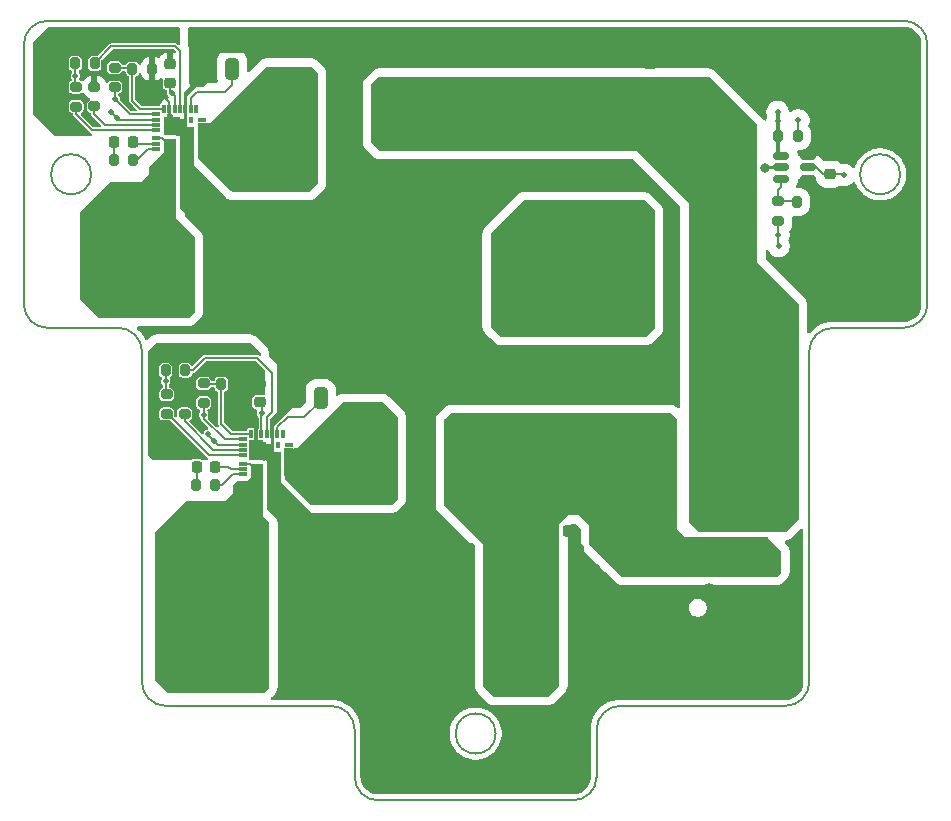
<source format=gtl>
G04 #@! TF.GenerationSoftware,KiCad,Pcbnew,9.0.0*
G04 #@! TF.CreationDate,2026-01-23T14:49:32+07:00*
G04 #@! TF.ProjectId,Power_management_V2,506f7765-725f-46d6-916e-6167656d656e,rev?*
G04 #@! TF.SameCoordinates,Original*
G04 #@! TF.FileFunction,Copper,L1,Top*
G04 #@! TF.FilePolarity,Positive*
%FSLAX46Y46*%
G04 Gerber Fmt 4.6, Leading zero omitted, Abs format (unit mm)*
G04 Created by KiCad (PCBNEW 9.0.0) date 2026-01-23 14:49:32*
%MOMM*%
%LPD*%
G01*
G04 APERTURE LIST*
G04 Aperture macros list*
%AMRoundRect*
0 Rectangle with rounded corners*
0 $1 Rounding radius*
0 $2 $3 $4 $5 $6 $7 $8 $9 X,Y pos of 4 corners*
0 Add a 4 corners polygon primitive as box body*
4,1,4,$2,$3,$4,$5,$6,$7,$8,$9,$2,$3,0*
0 Add four circle primitives for the rounded corners*
1,1,$1+$1,$2,$3*
1,1,$1+$1,$4,$5*
1,1,$1+$1,$6,$7*
1,1,$1+$1,$8,$9*
0 Add four rect primitives between the rounded corners*
20,1,$1+$1,$2,$3,$4,$5,0*
20,1,$1+$1,$4,$5,$6,$7,0*
20,1,$1+$1,$6,$7,$8,$9,0*
20,1,$1+$1,$8,$9,$2,$3,0*%
%AMFreePoly0*
4,1,25,1.428536,0.453536,1.430000,0.450000,1.430000,-0.600000,1.428536,-0.603536,1.425000,-0.605000,-0.275000,-0.605000,-0.278536,-0.603536,-0.280000,-0.600000,-0.280000,-0.300000,-0.278536,-0.296464,-0.275000,-0.295000,0.270000,-0.295000,0.270000,-0.155000,-0.275000,-0.155000,-0.278536,-0.153536,-0.280000,-0.150000,-0.280000,0.150000,-0.278536,0.153536,-0.275000,0.155000,0.270000,0.155000,
0.270000,0.450000,0.271464,0.453536,0.275000,0.455000,1.425000,0.455000,1.428536,0.453536,1.428536,0.453536,$1*%
%AMFreePoly1*
4,1,33,3.103536,0.453536,3.105000,0.450000,3.105000,-0.005000,3.103536,-0.008536,3.100000,-0.010000,2.455000,-0.010000,2.455000,-0.750000,2.453536,-0.753536,2.450000,-0.755000,0.275000,-0.755000,0.271464,-0.753536,0.270000,-0.750000,0.270000,-0.605000,-0.275000,-0.605000,-0.278536,-0.603536,-0.280000,-0.600000,-0.280000,-0.300000,-0.278536,-0.296464,-0.275000,-0.295000,0.270000,-0.295000,
0.270000,-0.155000,-0.275000,-0.155000,-0.278536,-0.153536,-0.280000,-0.150000,-0.280000,0.150000,-0.278536,0.153536,-0.275000,0.155000,0.270000,0.155000,0.270000,0.450000,0.271464,0.453536,0.275000,0.455000,3.100000,0.455000,3.103536,0.453536,3.103536,0.453536,$1*%
%AMFreePoly2*
4,1,45,2.203536,0.503536,2.205000,0.500000,2.205000,-0.225000,2.203536,-0.228536,2.200000,-0.230000,1.900000,-0.230000,1.896464,-0.228536,1.895000,-0.225000,1.895000,0.220000,1.755000,0.220000,1.755000,-0.225000,1.753536,-0.228536,1.750000,-0.230000,1.450000,-0.230000,1.446464,-0.228536,1.445000,-0.225000,1.445000,0.220000,1.055000,0.220000,1.055000,-0.225000,1.053536,-0.228536,
1.050000,-0.230000,0.750000,-0.230000,0.746464,-0.228536,0.745000,-0.225000,0.745000,0.220000,0.605000,0.220000,0.605000,-0.225000,0.603536,-0.228536,0.600000,-0.230000,0.300000,-0.230000,0.296464,-0.228536,0.295000,-0.225000,0.295000,0.220000,0.155000,0.220000,0.155000,-0.225000,0.153536,-0.228536,0.150000,-0.230000,-0.150000,-0.230000,-0.153536,-0.228536,-0.155000,-0.225000,
-0.155000,0.500000,-0.153536,0.503536,-0.150000,0.505000,2.200000,0.505000,2.203536,0.503536,2.203536,0.503536,$1*%
G04 Aperture macros list end*
G04 #@! TA.AperFunction,Conductor*
%ADD10C,0.010000*%
G04 #@! TD*
G04 #@! TA.AperFunction,EtchedComponent*
%ADD11C,0.000000*%
G04 #@! TD*
G04 #@! TA.AperFunction,SMDPad,CuDef*
%ADD12RoundRect,0.225000X-0.250000X0.225000X-0.250000X-0.225000X0.250000X-0.225000X0.250000X0.225000X0*%
G04 #@! TD*
G04 #@! TA.AperFunction,ComponentPad*
%ADD13R,1.520000X1.520000*%
G04 #@! TD*
G04 #@! TA.AperFunction,ComponentPad*
%ADD14C,1.700000*%
G04 #@! TD*
G04 #@! TA.AperFunction,SMDPad,CuDef*
%ADD15RoundRect,0.200000X-0.275000X0.200000X-0.275000X-0.200000X0.275000X-0.200000X0.275000X0.200000X0*%
G04 #@! TD*
G04 #@! TA.AperFunction,SMDPad,CuDef*
%ADD16RoundRect,0.250000X1.100000X-0.325000X1.100000X0.325000X-1.100000X0.325000X-1.100000X-0.325000X0*%
G04 #@! TD*
G04 #@! TA.AperFunction,SMDPad,CuDef*
%ADD17R,0.100000X1.560000*%
G04 #@! TD*
G04 #@! TA.AperFunction,SMDPad,CuDef*
%ADD18RoundRect,0.225000X0.225000X0.250000X-0.225000X0.250000X-0.225000X-0.250000X0.225000X-0.250000X0*%
G04 #@! TD*
G04 #@! TA.AperFunction,SMDPad,CuDef*
%ADD19RoundRect,0.250000X0.325000X1.100000X-0.325000X1.100000X-0.325000X-1.100000X0.325000X-1.100000X0*%
G04 #@! TD*
G04 #@! TA.AperFunction,SMDPad,CuDef*
%ADD20RoundRect,0.200000X0.200000X0.275000X-0.200000X0.275000X-0.200000X-0.275000X0.200000X-0.275000X0*%
G04 #@! TD*
G04 #@! TA.AperFunction,SMDPad,CuDef*
%ADD21RoundRect,0.250000X-0.325000X-1.100000X0.325000X-1.100000X0.325000X1.100000X-0.325000X1.100000X0*%
G04 #@! TD*
G04 #@! TA.AperFunction,SMDPad,CuDef*
%ADD22RoundRect,0.250000X0.325000X0.650000X-0.325000X0.650000X-0.325000X-0.650000X0.325000X-0.650000X0*%
G04 #@! TD*
G04 #@! TA.AperFunction,SMDPad,CuDef*
%ADD23RoundRect,0.225000X0.250000X-0.225000X0.250000X0.225000X-0.250000X0.225000X-0.250000X-0.225000X0*%
G04 #@! TD*
G04 #@! TA.AperFunction,SMDPad,CuDef*
%ADD24RoundRect,0.200000X0.275000X-0.200000X0.275000X0.200000X-0.275000X0.200000X-0.275000X-0.200000X0*%
G04 #@! TD*
G04 #@! TA.AperFunction,SMDPad,CuDef*
%ADD25RoundRect,0.200000X-0.200000X-0.275000X0.200000X-0.275000X0.200000X0.275000X-0.200000X0.275000X0*%
G04 #@! TD*
G04 #@! TA.AperFunction,SMDPad,CuDef*
%ADD26R,3.100000X5.000000*%
G04 #@! TD*
G04 #@! TA.AperFunction,SMDPad,CuDef*
%ADD27RoundRect,0.250000X-1.100000X0.325000X-1.100000X-0.325000X1.100000X-0.325000X1.100000X0.325000X0*%
G04 #@! TD*
G04 #@! TA.AperFunction,SMDPad,CuDef*
%ADD28RoundRect,0.700000X-0.700000X-2.650000X0.700000X-2.650000X0.700000X2.650000X-0.700000X2.650000X0*%
G04 #@! TD*
G04 #@! TA.AperFunction,SMDPad,CuDef*
%ADD29FreePoly0,90.000000*%
G04 #@! TD*
G04 #@! TA.AperFunction,SMDPad,CuDef*
%ADD30FreePoly1,90.000000*%
G04 #@! TD*
G04 #@! TA.AperFunction,SMDPad,CuDef*
%ADD31FreePoly2,90.000000*%
G04 #@! TD*
G04 #@! TA.AperFunction,SMDPad,CuDef*
%ADD32R,0.730000X0.300000*%
G04 #@! TD*
G04 #@! TA.AperFunction,SMDPad,CuDef*
%ADD33R,0.300000X0.725000*%
G04 #@! TD*
G04 #@! TA.AperFunction,SMDPad,CuDef*
%ADD34R,0.725000X0.300000*%
G04 #@! TD*
G04 #@! TA.AperFunction,SMDPad,CuDef*
%ADD35R,1.050000X1.575000*%
G04 #@! TD*
G04 #@! TA.AperFunction,SMDPad,CuDef*
%ADD36R,0.380000X0.580000*%
G04 #@! TD*
G04 #@! TA.AperFunction,SMDPad,CuDef*
%ADD37RoundRect,0.700000X0.700000X2.650000X-0.700000X2.650000X-0.700000X-2.650000X0.700000X-2.650000X0*%
G04 #@! TD*
G04 #@! TA.AperFunction,SMDPad,CuDef*
%ADD38RoundRect,0.150000X-0.512500X-0.150000X0.512500X-0.150000X0.512500X0.150000X-0.512500X0.150000X0*%
G04 #@! TD*
G04 #@! TA.AperFunction,ComponentPad*
%ADD39RoundRect,1.000000X1.000000X3.200000X-1.000000X3.200000X-1.000000X-3.200000X1.000000X-3.200000X0*%
G04 #@! TD*
G04 #@! TA.AperFunction,ViaPad*
%ADD40C,0.500000*%
G04 #@! TD*
G04 #@! TA.AperFunction,ViaPad*
%ADD41C,0.450000*%
G04 #@! TD*
G04 #@! TA.AperFunction,ViaPad*
%ADD42C,0.800000*%
G04 #@! TD*
G04 #@! TA.AperFunction,Conductor*
%ADD43C,0.250000*%
G04 #@! TD*
G04 #@! TA.AperFunction,Conductor*
%ADD44C,0.200000*%
G04 #@! TD*
G04 #@! TA.AperFunction,Conductor*
%ADD45C,0.300000*%
G04 #@! TD*
G04 #@! TA.AperFunction,Profile*
%ADD46C,0.200000*%
G04 #@! TD*
G04 #@! TA.AperFunction,Profile*
%ADD47C,0.150000*%
G04 #@! TD*
G04 APERTURE END LIST*
D10*
X102524448Y-87551268D02*
X102644448Y-87551268D01*
X102644448Y-88915889D01*
X102524448Y-88915889D01*
X102524448Y-87551268D01*
G04 #@! TA.AperFunction,Conductor*
G36*
X102524448Y-87551268D02*
G01*
X102644448Y-87551268D01*
X102644448Y-88915889D01*
X102524448Y-88915889D01*
X102524448Y-87551268D01*
G37*
G04 #@! TD.AperFunction*
X102262000Y-87364990D02*
X102382000Y-87364990D01*
X102382000Y-88919611D01*
X102262000Y-88919611D01*
X102262000Y-87364990D01*
G04 #@! TA.AperFunction,Conductor*
G36*
X102262000Y-87364990D02*
G01*
X102382000Y-87364990D01*
X102382000Y-88919611D01*
X102262000Y-88919611D01*
X102262000Y-87364990D01*
G37*
G04 #@! TD.AperFunction*
X94952000Y-59825179D02*
X95072000Y-59825179D01*
X95072000Y-61389800D01*
X94952000Y-61389800D01*
X94952000Y-59825179D01*
G04 #@! TA.AperFunction,Conductor*
G36*
X94952000Y-59825179D02*
G01*
X95072000Y-59825179D01*
X95072000Y-61389800D01*
X94952000Y-61389800D01*
X94952000Y-59825179D01*
G37*
G04 #@! TD.AperFunction*
X95222000Y-60019800D02*
X95342000Y-60019800D01*
X95342000Y-61384421D01*
X95222000Y-61384421D01*
X95222000Y-60019800D01*
G04 #@! TA.AperFunction,Conductor*
G36*
X95222000Y-60019800D02*
G01*
X95342000Y-60019800D01*
X95342000Y-61384421D01*
X95222000Y-61384421D01*
X95222000Y-60019800D01*
G37*
G04 #@! TD.AperFunction*
D11*
G04 #@! TA.AperFunction,EtchedComponent*
G36*
X95241618Y-61389800D02*
G01*
X95011618Y-61389800D01*
X95011618Y-59829800D01*
X95241618Y-59829800D01*
X95241618Y-61389800D01*
G37*
G04 #@! TD.AperFunction*
G04 #@! TA.AperFunction,EtchedComponent*
G36*
X102584448Y-88919800D02*
G01*
X102354448Y-88919800D01*
X102354448Y-87359800D01*
X102584448Y-87359800D01*
X102584448Y-88919800D01*
G37*
G04 #@! TD.AperFunction*
D12*
X150282000Y-63134800D03*
X150282000Y-64684800D03*
D13*
X140087000Y-94119800D03*
D14*
X140087000Y-97119800D03*
X140087000Y-100119800D03*
D15*
X94157000Y-83344800D03*
X94157000Y-84994800D03*
D16*
X125682000Y-57764800D03*
X125682000Y-54814800D03*
D17*
X95061618Y-60609800D03*
X95191618Y-60609800D03*
D18*
X91272000Y-61987300D03*
X89722000Y-61987300D03*
D16*
X135502000Y-86289800D03*
X135502000Y-83339800D03*
D19*
X122592000Y-103999800D03*
X119642000Y-103999800D03*
D20*
X95707000Y-81289800D03*
X94057000Y-81289800D03*
D18*
X98227000Y-89449800D03*
X96677000Y-89449800D03*
X128157000Y-94869800D03*
X126607000Y-94869800D03*
D21*
X125912000Y-97369800D03*
X128862000Y-97369800D03*
D16*
X132122000Y-86214800D03*
X132122000Y-83264800D03*
D22*
X107177000Y-83624800D03*
X104227000Y-83624800D03*
D23*
X94432000Y-56954800D03*
X94432000Y-55404800D03*
D24*
X95667000Y-84994800D03*
X95667000Y-83344800D03*
D18*
X95907000Y-65077300D03*
X94357000Y-65077300D03*
X103287000Y-92359800D03*
X101737000Y-92359800D03*
D16*
X125452000Y-86199800D03*
X125452000Y-83249800D03*
X129112000Y-57784800D03*
X129112000Y-54834800D03*
D25*
X145927000Y-61479800D03*
X147577000Y-61479800D03*
D26*
X110462000Y-88269800D03*
X121562000Y-88269800D03*
D27*
X118962000Y-61364800D03*
X118962000Y-64314800D03*
D20*
X91332000Y-63527300D03*
X89682000Y-63527300D03*
D16*
X128752000Y-86214800D03*
X128752000Y-83264800D03*
D15*
X97282000Y-82399800D03*
X97282000Y-84049800D03*
D17*
X102404448Y-88139800D03*
X102534448Y-88139800D03*
D22*
X99687000Y-55759800D03*
X96737000Y-55759800D03*
D28*
X99722000Y-97159800D03*
X106222000Y-97159800D03*
D29*
X94372000Y-63119800D03*
D30*
X95722000Y-63119800D03*
D31*
X97272000Y-62569800D03*
D32*
X97132000Y-60069800D03*
D33*
X96622000Y-59157300D03*
X96172000Y-59157300D03*
X95722000Y-59157300D03*
X95272000Y-59157300D03*
X94822000Y-59157300D03*
X94372000Y-59157300D03*
X93922000Y-59157300D03*
D34*
X93259500Y-59619800D03*
X93259500Y-60069800D03*
X93259500Y-60519800D03*
X93259500Y-60969800D03*
X93259500Y-61669800D03*
X93259500Y-62119800D03*
X93259500Y-62569800D03*
D35*
X94447000Y-60607300D03*
D36*
X96187000Y-60109800D03*
D20*
X100412000Y-82464800D03*
X98762000Y-82464800D03*
D16*
X132562000Y-57814800D03*
X132562000Y-54864800D03*
D15*
X145942000Y-66999800D03*
X145942000Y-68649800D03*
D37*
X123942000Y-73109800D03*
X117442000Y-73109800D03*
D38*
X146197000Y-63169800D03*
X146197000Y-64119800D03*
X146197000Y-65069800D03*
X148472000Y-65069800D03*
X148472000Y-64119800D03*
X148472000Y-63169800D03*
D15*
X89732000Y-55674800D03*
X89732000Y-57324800D03*
D27*
X122502000Y-61344800D03*
X122502000Y-64294800D03*
D21*
X125892000Y-104189800D03*
X128842000Y-104189800D03*
D28*
X99742000Y-105079800D03*
X106242000Y-105079800D03*
D16*
X118862000Y-57814800D03*
X118862000Y-54864800D03*
D19*
X122592000Y-97279800D03*
X119642000Y-97279800D03*
D20*
X98277000Y-90989800D03*
X96627000Y-90989800D03*
D19*
X122592000Y-100609800D03*
X119642000Y-100609800D03*
D16*
X122282000Y-57839800D03*
X122282000Y-54889800D03*
D23*
X102017000Y-83997300D03*
X102017000Y-82447300D03*
D15*
X86482000Y-57314800D03*
X86482000Y-58964800D03*
D39*
X131702000Y-73053800D03*
X108802000Y-74203800D03*
D20*
X92897000Y-55779800D03*
X91247000Y-55779800D03*
D24*
X88022000Y-58959800D03*
X88022000Y-57309800D03*
D21*
X125892000Y-107589800D03*
X128842000Y-107589800D03*
D20*
X88057000Y-55309800D03*
X86407000Y-55309800D03*
X149147000Y-67034800D03*
X147497000Y-67034800D03*
D29*
X101722000Y-90649800D03*
D30*
X103072000Y-90649800D03*
D31*
X104622000Y-90099800D03*
D32*
X104482000Y-87599800D03*
D33*
X103972000Y-86687300D03*
X103522000Y-86687300D03*
X103072000Y-86687300D03*
X102622000Y-86687300D03*
X102172000Y-86687300D03*
X101722000Y-86687300D03*
X101272000Y-86687300D03*
D34*
X100609500Y-87149800D03*
X100609500Y-87599800D03*
X100609500Y-88049800D03*
X100609500Y-88499800D03*
X100609500Y-89199800D03*
X100609500Y-89649800D03*
X100609500Y-90099800D03*
D35*
X101797000Y-88137300D03*
D36*
X103537000Y-87639800D03*
D12*
X135052000Y-55349800D03*
X135052000Y-56899800D03*
D21*
X125892000Y-100689800D03*
X128842000Y-100689800D03*
D19*
X122592000Y-107389800D03*
X119642000Y-107389800D03*
D26*
X103712000Y-59939800D03*
X114812000Y-59939800D03*
D28*
X93322000Y-72749800D03*
X99822000Y-72749800D03*
D40*
X126552000Y-53199800D03*
X124302000Y-81699800D03*
X108552000Y-80949800D03*
X137252000Y-100699800D03*
D41*
X95556466Y-60923237D03*
D40*
X133302000Y-81699800D03*
X108552000Y-79949800D03*
X109552000Y-101199800D03*
X97622000Y-52989800D03*
X141452000Y-102699800D03*
X121552000Y-53199800D03*
X143452000Y-101699800D03*
X132302000Y-81699800D03*
X109552000Y-99199800D03*
X117802000Y-96449800D03*
X118552000Y-53199800D03*
X104052000Y-75449800D03*
X109552000Y-107449800D03*
X107552000Y-79949800D03*
X105052000Y-75449800D03*
X108802000Y-101199800D03*
D41*
X96201192Y-61717156D03*
D40*
X117802000Y-97449800D03*
X136252000Y-100699800D03*
X117802000Y-104449800D03*
X128302000Y-81699800D03*
X129552000Y-53199800D03*
X127552000Y-53199800D03*
X126302000Y-81699800D03*
X98622000Y-52989800D03*
X131302000Y-81699800D03*
X130552000Y-97949800D03*
X108802000Y-99199800D03*
X117802000Y-103449800D03*
X104052000Y-77449800D03*
X117802000Y-105449800D03*
X107552000Y-80949800D03*
X130552000Y-108949800D03*
D41*
X95556466Y-62532388D03*
D40*
X125552000Y-53199800D03*
X105052000Y-77449800D03*
D41*
X102906466Y-89978388D03*
D40*
X96802000Y-65449800D03*
X104377000Y-92649800D03*
X108802000Y-105449800D03*
X104377000Y-91849800D03*
X119552000Y-53199800D03*
X142452000Y-101699800D03*
X109552000Y-106449800D03*
X134552000Y-53199800D03*
X122552000Y-53199800D03*
X105052000Y-78449800D03*
X130552000Y-102949800D03*
X130552000Y-103949800D03*
X104052000Y-79449800D03*
X130302000Y-81699800D03*
X105052000Y-73449800D03*
X96802000Y-64699800D03*
D41*
X96219841Y-62532388D03*
D40*
X135252000Y-102699800D03*
X117552000Y-53199800D03*
X138552000Y-53199800D03*
X129302000Y-81699800D03*
X117802000Y-107449800D03*
X109552000Y-100199800D03*
D41*
X103569841Y-89978388D03*
D40*
X120552000Y-53199800D03*
X104052000Y-74449800D03*
X141452000Y-101699800D03*
D42*
X144802000Y-64199800D03*
D40*
X135302000Y-81699800D03*
X130552000Y-106949800D03*
D41*
X103551192Y-89163156D03*
D40*
X134302000Y-81699800D03*
X130552000Y-100949800D03*
X137252000Y-101699800D03*
X96622000Y-52989800D03*
X130552000Y-105949800D03*
X109552000Y-80949800D03*
X109552000Y-105449800D03*
D42*
X150802000Y-67199800D03*
D40*
X136252000Y-101699800D03*
X128552000Y-53199800D03*
X135252000Y-100699800D03*
D41*
X102906466Y-88369237D03*
D40*
X123552000Y-53199800D03*
X139552000Y-53199800D03*
X124552000Y-53199800D03*
X108802000Y-102199800D03*
X117802000Y-102449800D03*
X137252000Y-102699800D03*
D41*
X102906466Y-89163156D03*
D40*
X97622000Y-53989800D03*
X109552000Y-104449800D03*
X130552000Y-99949800D03*
X104052000Y-76449800D03*
X125302000Y-81699800D03*
X142452000Y-102699800D03*
X131552000Y-53199800D03*
X130552000Y-98949800D03*
X143452000Y-102699800D03*
X130552000Y-101949800D03*
X136552000Y-53199800D03*
X105052000Y-76449800D03*
X117802000Y-99449800D03*
X105052000Y-74449800D03*
X95802000Y-63949800D03*
X108802000Y-104449800D03*
X116552000Y-53199800D03*
X98622000Y-53989800D03*
X137552000Y-53199800D03*
X103277000Y-91399800D03*
X117802000Y-100449800D03*
D42*
X149552000Y-61449800D03*
D40*
X130552000Y-53199800D03*
X135552000Y-53199800D03*
X104052000Y-78449800D03*
X108802000Y-100199800D03*
D41*
X95556466Y-61717156D03*
D40*
X117802000Y-106449800D03*
X108802000Y-107449800D03*
X96622000Y-53989800D03*
X135252000Y-101699800D03*
X130552000Y-104949800D03*
X136252000Y-102699800D03*
X117802000Y-101449800D03*
X117802000Y-98449800D03*
X108802000Y-106449800D03*
X130552000Y-107949800D03*
X109552000Y-102199800D03*
X105052000Y-79449800D03*
X109552000Y-79949800D03*
X133552000Y-53199800D03*
X127302000Y-81699800D03*
X104052000Y-73449800D03*
X132552000Y-53199800D03*
X126802000Y-73449800D03*
X96052000Y-103199800D03*
X95052000Y-104199800D03*
X90302000Y-66449800D03*
X94302000Y-67449800D03*
X95052000Y-101199800D03*
X97052000Y-101199800D03*
X91302000Y-72449800D03*
X126802000Y-75449800D03*
X127802000Y-73449800D03*
X126802000Y-70449800D03*
X147622000Y-60139800D03*
X126802000Y-68449800D03*
X95052000Y-97299800D03*
X127802000Y-71449800D03*
X145942000Y-69809800D03*
X92302000Y-68449800D03*
X127802000Y-69449800D03*
X90302000Y-72449800D03*
X95052000Y-94299800D03*
X91302000Y-74449800D03*
X127802000Y-76449800D03*
X97052000Y-94299800D03*
X97052000Y-93299800D03*
D41*
X101842000Y-89869800D03*
D40*
X96052000Y-94299800D03*
X95052000Y-100199800D03*
X97052000Y-98299800D03*
X100252000Y-92299800D03*
X92302000Y-67449800D03*
X127802000Y-68449800D03*
X126802000Y-76449800D03*
X96052000Y-98299800D03*
X91302000Y-66449800D03*
X126802000Y-72449800D03*
X97052000Y-103199800D03*
X96052000Y-99299800D03*
X93252000Y-64099800D03*
X126802000Y-77449800D03*
D41*
X94372000Y-62263800D03*
D40*
X127802000Y-75449800D03*
X96052000Y-100199800D03*
X92302000Y-66449800D03*
X90302000Y-67449800D03*
X126802000Y-71449800D03*
X97052000Y-97299800D03*
X93302000Y-68449800D03*
X100252000Y-91499800D03*
X127802000Y-67449800D03*
X91302000Y-68449800D03*
X95052000Y-105199800D03*
X97052000Y-95299800D03*
X90302000Y-71449800D03*
X97052000Y-96299800D03*
X97052000Y-100199800D03*
X95052000Y-102199800D03*
X96052000Y-102199800D03*
X91302000Y-69449800D03*
X90302000Y-68449800D03*
X93252000Y-65099800D03*
X95052000Y-103199800D03*
X91302000Y-73449800D03*
X126802000Y-67449800D03*
X145952000Y-70749800D03*
X94302000Y-68449800D03*
X97052000Y-105199800D03*
X96052000Y-101199800D03*
X95052000Y-98299800D03*
X97052000Y-99299800D03*
X94302000Y-66449800D03*
X91302000Y-70449800D03*
X126802000Y-69449800D03*
X93302000Y-66449800D03*
X93302000Y-67449800D03*
X127802000Y-77449800D03*
X127802000Y-70449800D03*
X127802000Y-72449800D03*
X96052000Y-97299800D03*
X96052000Y-105199800D03*
X95052000Y-99299800D03*
X151492000Y-64759800D03*
X90302000Y-73449800D03*
X97052000Y-102199800D03*
X91302000Y-71449800D03*
X96052000Y-95299800D03*
X96052000Y-96299800D03*
X126802000Y-74449800D03*
X127802000Y-74449800D03*
X96052000Y-104199800D03*
X90302000Y-70449800D03*
X97052000Y-104199800D03*
X91302000Y-67449800D03*
X96052000Y-93299800D03*
X95052000Y-96299800D03*
X98052000Y-93299800D03*
X90302000Y-69449800D03*
X95052000Y-95299800D03*
X94432000Y-54639800D03*
X88266071Y-52644927D03*
X87266071Y-52644927D03*
X92052000Y-56949800D03*
X84052000Y-56449800D03*
D41*
X94528728Y-60610061D03*
D40*
X91266071Y-52644927D03*
X89266071Y-52644927D03*
X84052000Y-59449800D03*
X92897000Y-54664800D03*
X84052000Y-55449800D03*
X90266071Y-52644927D03*
X84052000Y-54449800D03*
X84052000Y-57449800D03*
X84052000Y-58449800D03*
X92266071Y-52644927D03*
X92052000Y-57699800D03*
X88012000Y-56469800D03*
X94057000Y-82239800D03*
X102182000Y-84949800D03*
X137552000Y-97949800D03*
X124302000Y-106949800D03*
X124302000Y-96699800D03*
X124302000Y-99699800D03*
X124302000Y-100699800D03*
X137552000Y-96949800D03*
X127802000Y-89199800D03*
X132052000Y-89199800D03*
X137552000Y-95949800D03*
X127802000Y-87949800D03*
X124302000Y-104949800D03*
X135552000Y-95949800D03*
X125802000Y-89199800D03*
X126802000Y-87949800D03*
X136552000Y-97949800D03*
X134052000Y-89199800D03*
X131052000Y-89199800D03*
X133052000Y-87949800D03*
X129802000Y-89199800D03*
X124302000Y-107949800D03*
X97282000Y-85039800D03*
X124302000Y-101699800D03*
X124302000Y-102949800D03*
X125802000Y-87949800D03*
X131052000Y-87949800D03*
X136052000Y-89199800D03*
X136552000Y-95949800D03*
X124802000Y-87949800D03*
X135052000Y-87949800D03*
X126802000Y-89199800D03*
X136052000Y-87949800D03*
X135552000Y-96949800D03*
X132052000Y-87949800D03*
X133052000Y-89199800D03*
X135052000Y-89199800D03*
X134052000Y-87949800D03*
X124302000Y-105949800D03*
X124802000Y-89199800D03*
X124302000Y-103949800D03*
X129802000Y-87949800D03*
X135552000Y-97949800D03*
X128802000Y-87949800D03*
X136552000Y-96949800D03*
X124302000Y-97699800D03*
X128802000Y-89199800D03*
X124302000Y-98699800D03*
X94612000Y-57859800D03*
X86417000Y-56369800D03*
X116802000Y-57889800D03*
X141802000Y-80199800D03*
X139802000Y-79199800D03*
X89782000Y-58319800D03*
X122552000Y-59699800D03*
X129552000Y-59699800D03*
X127552000Y-59699800D03*
X141802000Y-86949800D03*
X141802000Y-79199800D03*
X139802000Y-80199800D03*
X133552000Y-59699800D03*
X117552000Y-59699800D03*
X139802000Y-90199800D03*
X119552000Y-59699800D03*
X139802000Y-86949800D03*
X130552000Y-59699800D03*
X131552000Y-59699800D03*
X139802000Y-91199800D03*
X120552000Y-59699800D03*
X139802000Y-71449800D03*
X140052000Y-92449800D03*
X140802000Y-90199800D03*
X140802000Y-80199800D03*
X140802000Y-72449800D03*
X141802000Y-90199800D03*
X142052000Y-92449800D03*
X139802000Y-63449800D03*
X132552000Y-59699800D03*
X135552000Y-59699800D03*
X140802000Y-79199800D03*
X141802000Y-71449800D03*
X140802000Y-62449800D03*
X141802000Y-85949800D03*
X141802000Y-72449800D03*
X125552000Y-59699800D03*
X118552000Y-59699800D03*
X141052000Y-92449800D03*
X126552000Y-59699800D03*
X116802000Y-57049800D03*
X141802000Y-91199800D03*
X139802000Y-72449800D03*
X124552000Y-59699800D03*
X123552000Y-59699800D03*
X128552000Y-59699800D03*
X139802000Y-85949800D03*
X121552000Y-59699800D03*
X139802000Y-62449800D03*
X140802000Y-63449800D03*
X134552000Y-59699800D03*
X140802000Y-85949800D03*
X143052000Y-92449800D03*
X141802000Y-63449800D03*
X140802000Y-71449800D03*
X139052000Y-92449800D03*
X140802000Y-91199800D03*
X140802000Y-86949800D03*
X141802000Y-62449800D03*
X98122000Y-87239800D03*
X89922000Y-59959800D03*
X89432000Y-59439800D03*
X145872000Y-59424800D03*
X145872000Y-60174800D03*
X97652000Y-86709800D03*
X95802000Y-79449800D03*
X94802000Y-79449800D03*
D42*
X100552000Y-84949800D03*
D40*
X95652000Y-82439800D03*
D41*
X101878728Y-88056061D03*
D40*
X100372000Y-81389800D03*
X97802000Y-79449800D03*
X98802000Y-79449800D03*
X99802000Y-79449800D03*
X96802000Y-79449800D03*
D43*
X150637000Y-67034800D02*
X150802000Y-67199800D01*
X149147000Y-67034800D02*
X150637000Y-67034800D01*
X104202000Y-84599800D02*
X104202000Y-84164800D01*
X148472000Y-62529800D02*
X149552000Y-61449800D01*
X146197000Y-64119800D02*
X144882000Y-64119800D01*
X144882000Y-64119800D02*
X144802000Y-64199800D01*
X103072000Y-85729800D02*
X104202000Y-84599800D01*
X95722000Y-58009800D02*
X96737000Y-56994800D01*
X95722000Y-59157300D02*
X95722000Y-63119800D01*
X103072000Y-86687300D02*
X103072000Y-90649800D01*
X148472000Y-63169800D02*
X148472000Y-62529800D01*
X95722000Y-59157300D02*
X95722000Y-58009800D01*
X104202000Y-84164800D02*
X103697000Y-83659800D01*
X96737000Y-56994800D02*
X96737000Y-55759800D01*
X103072000Y-86687300D02*
X103072000Y-85729800D01*
D44*
X150282000Y-64684800D02*
X151417000Y-64684800D01*
X94372000Y-62263800D02*
X94372000Y-63119800D01*
X149142000Y-64119800D02*
X149707000Y-64684800D01*
X147577000Y-61479800D02*
X147577000Y-60184800D01*
X93259500Y-61669800D02*
X93778000Y-61669800D01*
X147577000Y-60184800D02*
X147622000Y-60139800D01*
X101212000Y-89199800D02*
X101722000Y-89709800D01*
X93778000Y-61669800D02*
X94372000Y-62263800D01*
X148472000Y-64119800D02*
X149142000Y-64119800D01*
X100609500Y-89199800D02*
X101212000Y-89199800D01*
X101722000Y-89709800D02*
X101722000Y-90649800D01*
X101722000Y-89709800D02*
X101722000Y-90565800D01*
X145942000Y-70739800D02*
X145952000Y-70749800D01*
X145942000Y-69809800D02*
X145942000Y-70739800D01*
X151417000Y-64684800D02*
X151492000Y-64759800D01*
X149707000Y-64684800D02*
X150282000Y-64684800D01*
X145942000Y-69809800D02*
X145942000Y-68649800D01*
X96677000Y-89449800D02*
X96677000Y-90939800D01*
X96677000Y-90939800D02*
X96627000Y-90989800D01*
X99372000Y-89449800D02*
X98227000Y-89449800D01*
X99572000Y-89649800D02*
X99372000Y-89449800D01*
X100609500Y-89649800D02*
X99572000Y-89649800D01*
X105807000Y-85259800D02*
X107177000Y-83889800D01*
X103522000Y-86687300D02*
X103522000Y-86129800D01*
X104392000Y-85259800D02*
X105807000Y-85259800D01*
X107177000Y-83889800D02*
X107177000Y-83624800D01*
X103522000Y-86129800D02*
X104392000Y-85259800D01*
X94372000Y-59157300D02*
X94372000Y-58599800D01*
X88022000Y-56479800D02*
X88012000Y-56469800D01*
X94432000Y-54639800D02*
X94432000Y-55404800D01*
D43*
X94372000Y-59157300D02*
X94372000Y-60532300D01*
D44*
X94372000Y-58599800D02*
X92897000Y-57124800D01*
X88022000Y-57309800D02*
X88022000Y-56479800D01*
X87929500Y-57069800D02*
X87922000Y-57069800D01*
X94372000Y-60532300D02*
X94447000Y-60607300D01*
X92897000Y-54664800D02*
X92897000Y-55779800D01*
X92897000Y-57124800D02*
X92897000Y-55779800D01*
X94057000Y-83244800D02*
X94157000Y-83344800D01*
X94057000Y-81289800D02*
X94057000Y-82239800D01*
X102172000Y-84959800D02*
X102172000Y-86687300D01*
X94057000Y-82239800D02*
X94057000Y-83244800D01*
X102182000Y-84162300D02*
X102017000Y-83997300D01*
X102182000Y-84949800D02*
X102182000Y-84162300D01*
X102182000Y-84949800D02*
X102172000Y-84959800D01*
X97282000Y-85039800D02*
X97282000Y-85389800D01*
X97282000Y-85389800D02*
X99042000Y-87149800D01*
X97282000Y-85039800D02*
X97282000Y-84049800D01*
X99042000Y-87149800D02*
X100609500Y-87149800D01*
X89722000Y-63487300D02*
X89682000Y-63527300D01*
X89722000Y-61987300D02*
X89722000Y-63487300D01*
X93259500Y-62119800D02*
X91404500Y-62119800D01*
X91404500Y-62119800D02*
X91272000Y-61987300D01*
X96172000Y-59157300D02*
X96172000Y-58239800D01*
X96682000Y-57729800D02*
X99072000Y-57729800D01*
X99072000Y-57729800D02*
X99687000Y-57114800D01*
X96172000Y-58239800D02*
X96682000Y-57729800D01*
X99687000Y-57114800D02*
X99687000Y-55759800D01*
X86417000Y-57249800D02*
X86482000Y-57314800D01*
X94822000Y-58069800D02*
X94822000Y-59157300D01*
X94612000Y-57859800D02*
X94822000Y-58069800D01*
X94432000Y-57679800D02*
X94432000Y-56954800D01*
X86417000Y-55759800D02*
X86417000Y-56369800D01*
X94612000Y-57859800D02*
X94432000Y-57679800D01*
X86417000Y-56369800D02*
X86417000Y-57249800D01*
X116802000Y-57889800D02*
X116802000Y-57049800D01*
X89782000Y-58359800D02*
X91042000Y-59619800D01*
X89782000Y-58319800D02*
X89782000Y-58359800D01*
X91042000Y-59619800D02*
X93259500Y-59619800D01*
X89782000Y-58319800D02*
X89782000Y-58229800D01*
X89782000Y-58229800D02*
X89732000Y-58179800D01*
X89732000Y-58179800D02*
X89732000Y-57324800D01*
X98842000Y-90989800D02*
X98277000Y-90989800D01*
X100609500Y-90099800D02*
X99732000Y-90099800D01*
X99732000Y-90099800D02*
X98842000Y-90989800D01*
X98102000Y-88049800D02*
X95667000Y-85614800D01*
X100609500Y-88049800D02*
X98102000Y-88049800D01*
X95667000Y-85614800D02*
X95667000Y-84994800D01*
X96362000Y-81289800D02*
X95707000Y-81289800D01*
X102622000Y-85259334D02*
X103077000Y-84804334D01*
X101802000Y-80249800D02*
X97402000Y-80249800D01*
X102622000Y-86687300D02*
X102622000Y-85259334D01*
X97402000Y-80249800D02*
X96362000Y-81289800D01*
X103077000Y-81524800D02*
X101802000Y-80249800D01*
X103077000Y-84804334D02*
X103077000Y-81524800D01*
X97752000Y-88499800D02*
X94247000Y-84994800D01*
X94247000Y-84994800D02*
X94157000Y-84994800D01*
X100609500Y-88499800D02*
X97752000Y-88499800D01*
X98762000Y-85839800D02*
X99599500Y-86677300D01*
X98762000Y-82464800D02*
X98762000Y-85839800D01*
X99599500Y-86677300D02*
X99599500Y-86687300D01*
X97347000Y-82464800D02*
X97282000Y-82399800D01*
X98762000Y-82464800D02*
X97347000Y-82464800D01*
X101272000Y-86687300D02*
X99599500Y-86687300D01*
D45*
X145872000Y-59424800D02*
X145872000Y-62844800D01*
D44*
X97652000Y-86709800D02*
X97652000Y-86789800D01*
X89922000Y-59929800D02*
X89922000Y-59959800D01*
X89432000Y-59439800D02*
X89922000Y-59929800D01*
D45*
X145872000Y-62844800D02*
X146197000Y-63169800D01*
D44*
X98462000Y-87599800D02*
X100609500Y-87599800D01*
X97652000Y-86789800D02*
X98462000Y-87599800D01*
X89922000Y-59959800D02*
X90032000Y-60069800D01*
X90032000Y-60069800D02*
X93259500Y-60069800D01*
X91604500Y-63527300D02*
X91332000Y-63527300D01*
X92562000Y-62569800D02*
X91604500Y-63527300D01*
X93259500Y-62569800D02*
X92562000Y-62569800D01*
X88022000Y-58959800D02*
X88022000Y-59619800D01*
X88922000Y-60519800D02*
X93259500Y-60519800D01*
X88022000Y-59619800D02*
X88922000Y-60519800D01*
X89442000Y-53859800D02*
X94862000Y-53859800D01*
X88102000Y-55264800D02*
X87907000Y-55459800D01*
X95262000Y-54259800D02*
X95262000Y-59147300D01*
X87907000Y-55459800D02*
X87907000Y-55509800D01*
X94862000Y-53859800D02*
X95262000Y-54259800D01*
X88057000Y-55309800D02*
X88057000Y-55244800D01*
X95262000Y-59147300D02*
X95272000Y-59157300D01*
X88057000Y-55244800D02*
X89442000Y-53859800D01*
X86482000Y-59609800D02*
X86482000Y-58964800D01*
X87842000Y-60969800D02*
X86482000Y-59609800D01*
X93259500Y-60969800D02*
X87842000Y-60969800D01*
X91247000Y-58474800D02*
X91247000Y-55779800D01*
X93922000Y-59157300D02*
X91929500Y-59157300D01*
X89732000Y-55674800D02*
X91142000Y-55674800D01*
X91142000Y-55674800D02*
X91247000Y-55779800D01*
X91929500Y-59157300D02*
X91247000Y-58474800D01*
X146197000Y-65734800D02*
X145942000Y-65989800D01*
X145942000Y-65989800D02*
X145942000Y-66999800D01*
X147462000Y-66999800D02*
X147497000Y-67034800D01*
X145942000Y-66999800D02*
X147462000Y-66999800D01*
X146197000Y-65069800D02*
X146197000Y-65734800D01*
X101722000Y-88062300D02*
X101797000Y-88137300D01*
D43*
X100552000Y-84949800D02*
X100552000Y-82604800D01*
D44*
X101999500Y-82464800D02*
X102017000Y-82447300D01*
X100412000Y-82464800D02*
X100412000Y-81429800D01*
D43*
X101722000Y-86119800D02*
X100552000Y-84949800D01*
D44*
X95667000Y-83344800D02*
X95667000Y-82454800D01*
X95667000Y-82454800D02*
X95652000Y-82439800D01*
D43*
X101722000Y-86687300D02*
X101722000Y-86119800D01*
D44*
X100412000Y-82464800D02*
X101999500Y-82464800D01*
D43*
X100552000Y-82604800D02*
X100412000Y-82464800D01*
D44*
X101722000Y-87978300D02*
X101797000Y-88053300D01*
X100412000Y-81429800D02*
X100372000Y-81389800D01*
D43*
X101722000Y-86687300D02*
X101722000Y-88062300D01*
G04 #@! TA.AperFunction,Conductor*
G36*
X134623677Y-66919485D02*
G01*
X134644319Y-66936119D01*
X135465681Y-67757481D01*
X135499166Y-67818804D01*
X135502000Y-67845162D01*
X135502000Y-77698438D01*
X135482315Y-77765477D01*
X135465681Y-77786119D01*
X134818319Y-78433481D01*
X134756996Y-78466966D01*
X134730638Y-78469800D01*
X122493362Y-78469800D01*
X122426323Y-78450115D01*
X122405681Y-78433481D01*
X121608319Y-77636119D01*
X121574834Y-77574796D01*
X121572000Y-77548438D01*
X121572000Y-69761162D01*
X121591685Y-69694123D01*
X121608319Y-69673481D01*
X124345681Y-66936119D01*
X124407004Y-66902634D01*
X124433362Y-66899800D01*
X134556638Y-66899800D01*
X134623677Y-66919485D01*
G37*
G04 #@! TD.AperFunction*
G04 #@! TA.AperFunction,Conductor*
G36*
X111482000Y-77779800D02*
G01*
X111482000Y-81599800D01*
X111282000Y-81799800D01*
X106077000Y-81799800D01*
X105377000Y-82499800D01*
X105377000Y-83899800D01*
X103222000Y-86054800D01*
X103222000Y-86307463D01*
X103221500Y-86309977D01*
X103221500Y-87049300D01*
X102922500Y-86750300D01*
X102922500Y-86309977D01*
X102922000Y-86307463D01*
X102922000Y-85404800D01*
X103477000Y-84849800D01*
X103477000Y-77999800D01*
X104002000Y-77474800D01*
X111177000Y-77474800D01*
X111482000Y-77779800D01*
G37*
G04 #@! TD.AperFunction*
G04 #@! TA.AperFunction,Conductor*
G36*
X101722000Y-52909800D02*
G01*
X101722000Y-53569800D01*
X100862000Y-54429800D01*
X97922000Y-54429800D01*
X97762000Y-54589800D01*
X97762000Y-56779800D01*
X97197000Y-57344800D01*
X96577000Y-57344800D01*
X95872000Y-58049800D01*
X95872000Y-58777463D01*
X95871500Y-58779977D01*
X95871500Y-59519300D01*
X95572500Y-59220300D01*
X95572500Y-58779977D01*
X95572000Y-58777463D01*
X95572000Y-57829800D01*
X96162000Y-57239800D01*
X96162000Y-52739800D01*
X96512000Y-52389800D01*
X101202000Y-52389800D01*
X101722000Y-52909800D01*
G37*
G04 #@! TD.AperFunction*
G04 #@! TA.AperFunction,Conductor*
G36*
X112457677Y-84009485D02*
G01*
X112478319Y-84026119D01*
X113705681Y-85253481D01*
X113739166Y-85314804D01*
X113742000Y-85341162D01*
X113742000Y-92098438D01*
X113722315Y-92165477D01*
X113705681Y-92186119D01*
X113228319Y-92663481D01*
X113166996Y-92696966D01*
X113140638Y-92699800D01*
X106393362Y-92699800D01*
X106326323Y-92680115D01*
X106305681Y-92663481D01*
X104158319Y-90516119D01*
X104124834Y-90454796D01*
X104122000Y-90428438D01*
X104122000Y-88074300D01*
X104141685Y-88007261D01*
X104194489Y-87961506D01*
X104246000Y-87950300D01*
X104866750Y-87950300D01*
X104866751Y-87950299D01*
X104925231Y-87938667D01*
X104959606Y-87915698D01*
X105026284Y-87894820D01*
X105028497Y-87894800D01*
X105177000Y-87894800D01*
X109045681Y-84026119D01*
X109107004Y-83992634D01*
X109133362Y-83989800D01*
X112390638Y-83989800D01*
X112457677Y-84009485D01*
G37*
G04 #@! TD.AperFunction*
G04 #@! TA.AperFunction,Conductor*
G36*
X103827000Y-88199800D02*
G01*
X103827000Y-90824800D01*
X106502000Y-93499800D01*
X109652000Y-93499800D01*
X111777000Y-95624800D01*
X111777000Y-108099800D01*
X110952000Y-108924800D01*
X104842000Y-108924800D01*
X104102000Y-108184800D01*
X104102000Y-94534800D01*
X102617000Y-93049800D01*
X102617000Y-89399800D01*
X103822000Y-88194800D01*
X103827000Y-88199800D01*
G37*
G04 #@! TD.AperFunction*
G04 #@! TA.AperFunction,Conductor*
G36*
X96477000Y-64014800D02*
G01*
X99712000Y-67249800D01*
X111832000Y-67249800D01*
X112962000Y-68379800D01*
X112962000Y-77459800D01*
X112232000Y-78189800D01*
X111482000Y-78189800D01*
X111482000Y-77779800D01*
X111177000Y-77474800D01*
X104002000Y-77474800D01*
X103477000Y-77999800D01*
X103477000Y-78189800D01*
X99542000Y-78189800D01*
X97662000Y-76309800D01*
X97662000Y-69949800D01*
X95267000Y-67554800D01*
X95267000Y-62669800D01*
X96477000Y-61459800D01*
X96477000Y-64014800D01*
G37*
G04 #@! TD.AperFunction*
G04 #@! TA.AperFunction,Conductor*
G36*
X106407677Y-55599485D02*
G01*
X106428319Y-55616119D01*
X106915681Y-56103481D01*
X106949166Y-56164804D01*
X106952000Y-56191162D01*
X106952000Y-65438438D01*
X106932315Y-65505477D01*
X106915681Y-65526119D01*
X106308319Y-66133481D01*
X106246996Y-66166966D01*
X106220638Y-66169800D01*
X99715854Y-66169800D01*
X99648815Y-66150115D01*
X99628109Y-66133418D01*
X96803255Y-63304464D01*
X96769815Y-63243116D01*
X96767000Y-63216846D01*
X96767000Y-60544300D01*
X96786685Y-60477261D01*
X96839489Y-60431506D01*
X96891000Y-60420300D01*
X97516750Y-60420300D01*
X97516751Y-60420299D01*
X97575231Y-60408667D01*
X97602123Y-60390697D01*
X97668801Y-60369820D01*
X97671014Y-60369800D01*
X97772000Y-60369800D01*
X102525681Y-55616119D01*
X102587004Y-55582634D01*
X102613362Y-55579800D01*
X106340638Y-55579800D01*
X106407677Y-55599485D01*
G37*
G04 #@! TD.AperFunction*
G04 #@! TA.AperFunction,Conductor*
G36*
X94920039Y-61709485D02*
G01*
X94965794Y-61762289D01*
X94977000Y-61813800D01*
X94977000Y-68504800D01*
X96515681Y-70043481D01*
X96549166Y-70104804D01*
X96552000Y-70131162D01*
X96552000Y-76298438D01*
X96532315Y-76365477D01*
X96515681Y-76386119D01*
X96078319Y-76823481D01*
X96016996Y-76856966D01*
X95990638Y-76859800D01*
X88443362Y-76859800D01*
X88376323Y-76840115D01*
X88355681Y-76823481D01*
X86858319Y-75326119D01*
X86824834Y-75264796D01*
X86822000Y-75238438D01*
X86822000Y-67981162D01*
X86841685Y-67914123D01*
X86858319Y-67893481D01*
X89385681Y-65366119D01*
X89447004Y-65332634D01*
X89473362Y-65329800D01*
X92022000Y-65329800D01*
X92662000Y-64689800D01*
X92662000Y-64141162D01*
X92681685Y-64074123D01*
X92698319Y-64053481D01*
X93922000Y-62829800D01*
X93922000Y-61813800D01*
X93941685Y-61746761D01*
X93994489Y-61701006D01*
X94046000Y-61689800D01*
X94853000Y-61689800D01*
X94920039Y-61709485D01*
G37*
G04 #@! TD.AperFunction*
G04 #@! TA.AperFunction,Conductor*
G36*
X140077677Y-56449485D02*
G01*
X140098319Y-56466119D01*
X144115681Y-60483481D01*
X144149166Y-60544804D01*
X144152000Y-60571162D01*
X144152000Y-63913880D01*
X144142562Y-63961328D01*
X144140954Y-63965213D01*
X144128418Y-63995478D01*
X144101500Y-64130804D01*
X144101500Y-64130807D01*
X144101500Y-64268793D01*
X144101500Y-64268795D01*
X144101499Y-64268795D01*
X144128418Y-64404122D01*
X144128420Y-64404128D01*
X144142561Y-64438267D01*
X144152000Y-64485720D01*
X144152000Y-72169800D01*
X147655681Y-75673481D01*
X147689166Y-75734804D01*
X147692000Y-75761162D01*
X147692000Y-93828438D01*
X147672315Y-93895477D01*
X147655681Y-93916119D01*
X146618319Y-94953481D01*
X146556996Y-94986966D01*
X146530638Y-94989800D01*
X139243362Y-94989800D01*
X139176323Y-94970115D01*
X139155681Y-94953481D01*
X138368319Y-94166119D01*
X138334834Y-94104796D01*
X138332000Y-94078438D01*
X138332000Y-67119800D01*
X133952000Y-62739800D01*
X112203362Y-62739800D01*
X112136323Y-62720115D01*
X112115681Y-62703481D01*
X111488319Y-62076119D01*
X111454834Y-62014796D01*
X111452000Y-61988438D01*
X111452000Y-57141162D01*
X111471685Y-57074123D01*
X111488319Y-57053481D01*
X112075681Y-56466119D01*
X112137004Y-56432634D01*
X112163362Y-56429800D01*
X140010638Y-56429800D01*
X140077677Y-56449485D01*
G37*
G04 #@! TD.AperFunction*
G04 #@! TA.AperFunction,Conductor*
G36*
X136867677Y-84939485D02*
G01*
X136888319Y-84956119D01*
X137345681Y-85413481D01*
X137379166Y-85474804D01*
X137382000Y-85501162D01*
X137382000Y-94759800D01*
X138042000Y-95419800D01*
X144960638Y-95419800D01*
X145027677Y-95439485D01*
X145048319Y-95456119D01*
X146145681Y-96553481D01*
X146179166Y-96614804D01*
X146182000Y-96641162D01*
X146182000Y-98378438D01*
X146162315Y-98445477D01*
X146145681Y-98466119D01*
X145848319Y-98763481D01*
X145786996Y-98796966D01*
X145760638Y-98799800D01*
X132753362Y-98799800D01*
X132686323Y-98780115D01*
X132665681Y-98763481D01*
X129928319Y-96026119D01*
X129894834Y-95964796D01*
X129892000Y-95938438D01*
X129892000Y-94389800D01*
X129082000Y-93579800D01*
X128122000Y-93579800D01*
X128121999Y-93579800D01*
X127402000Y-94299799D01*
X127402000Y-107953438D01*
X127382315Y-108020477D01*
X127365681Y-108041119D01*
X126503319Y-108903481D01*
X126441996Y-108936966D01*
X126415638Y-108939800D01*
X121878362Y-108939800D01*
X121811323Y-108920115D01*
X121790681Y-108903481D01*
X120993319Y-108106119D01*
X120959834Y-108044796D01*
X120957000Y-108018438D01*
X120957000Y-96104800D01*
X117668319Y-92816119D01*
X117634834Y-92754796D01*
X117632000Y-92728438D01*
X117632000Y-85511162D01*
X117651685Y-85444123D01*
X117668319Y-85423481D01*
X118135681Y-84956119D01*
X118197004Y-84922634D01*
X118223362Y-84919800D01*
X136800638Y-84919800D01*
X136867677Y-84939485D01*
G37*
G04 #@! TD.AperFunction*
G04 #@! TA.AperFunction,Conductor*
G36*
X102270039Y-89244485D02*
G01*
X102315794Y-89297289D01*
X102327000Y-89348800D01*
X102327000Y-93674800D01*
X102795681Y-94143481D01*
X102829166Y-94204804D01*
X102832000Y-94231162D01*
X102832000Y-108128438D01*
X102812315Y-108195477D01*
X102795681Y-108216119D01*
X102388319Y-108623481D01*
X102326996Y-108656966D01*
X102300638Y-108659800D01*
X94313362Y-108659800D01*
X94246323Y-108640115D01*
X94225681Y-108623481D01*
X93168319Y-107566119D01*
X93134834Y-107504796D01*
X93132000Y-107478438D01*
X93132000Y-95131162D01*
X93151685Y-95064123D01*
X93168319Y-95043481D01*
X95815681Y-92396119D01*
X95877004Y-92362634D01*
X95903362Y-92359800D01*
X99112000Y-92359800D01*
X99752000Y-91719800D01*
X99752000Y-91091162D01*
X99771685Y-91024123D01*
X99788319Y-91003481D01*
X100085681Y-90706119D01*
X100147004Y-90672634D01*
X100173362Y-90669800D01*
X100972000Y-90669800D01*
X101267000Y-90374800D01*
X101267000Y-89348800D01*
X101286685Y-89281761D01*
X101339489Y-89236006D01*
X101391000Y-89224800D01*
X102203000Y-89224800D01*
X102270039Y-89244485D01*
G37*
G04 #@! TD.AperFunction*
G04 #@! TA.AperFunction,Conductor*
G36*
X156556418Y-52200616D02*
G01*
X156756561Y-52214930D01*
X156774063Y-52217447D01*
X156965797Y-52259155D01*
X156982755Y-52264134D01*
X157104073Y-52309384D01*
X157166609Y-52332709D01*
X157182701Y-52340059D01*
X157354904Y-52434088D01*
X157369784Y-52443649D01*
X157526867Y-52561241D01*
X157540237Y-52572827D01*
X157678972Y-52711562D01*
X157690558Y-52724932D01*
X157808146Y-52882010D01*
X157817711Y-52896895D01*
X157911740Y-53069098D01*
X157919090Y-53085190D01*
X157987662Y-53269036D01*
X157992646Y-53286012D01*
X158034351Y-53477731D01*
X158036869Y-53495242D01*
X158051184Y-53695379D01*
X158051500Y-53704226D01*
X158051500Y-75695372D01*
X158051184Y-75704219D01*
X158036869Y-75904357D01*
X158034351Y-75921868D01*
X157992646Y-76113587D01*
X157987662Y-76130563D01*
X157919090Y-76314409D01*
X157911740Y-76330501D01*
X157817711Y-76502704D01*
X157808146Y-76517589D01*
X157690558Y-76674667D01*
X157678972Y-76688037D01*
X157540237Y-76826772D01*
X157526867Y-76838358D01*
X157369789Y-76955946D01*
X157354904Y-76965511D01*
X157182701Y-77059540D01*
X157166609Y-77066890D01*
X156982763Y-77135462D01*
X156965787Y-77140446D01*
X156774068Y-77182151D01*
X156756557Y-77184669D01*
X156575779Y-77197599D01*
X156556417Y-77198984D01*
X156547572Y-77199300D01*
X150400746Y-77199300D01*
X150250598Y-77217531D01*
X150100449Y-77235763D01*
X149981602Y-77265055D01*
X149806727Y-77308158D01*
X149523882Y-77415428D01*
X149256035Y-77556006D01*
X149256026Y-77556012D01*
X149007078Y-77727847D01*
X149007072Y-77727852D01*
X148780648Y-77928446D01*
X148780646Y-77928448D01*
X148614315Y-78116197D01*
X148555126Y-78153324D01*
X148485260Y-78152556D01*
X148426901Y-78114138D01*
X148398576Y-78050267D01*
X148397500Y-78033970D01*
X148397500Y-75761159D01*
X148394447Y-75704219D01*
X148393457Y-75685742D01*
X148390623Y-75659384D01*
X148371290Y-75554703D01*
X148308368Y-75396693D01*
X148302338Y-75385650D01*
X148274892Y-75335385D01*
X148259437Y-75308502D01*
X148154542Y-75174613D01*
X144893819Y-71913890D01*
X144860334Y-71852567D01*
X144857500Y-71826209D01*
X144857500Y-71214610D01*
X144877185Y-71147571D01*
X144929989Y-71101816D01*
X144999147Y-71091872D01*
X145062703Y-71120897D01*
X145096061Y-71167157D01*
X145109676Y-71200028D01*
X145109681Y-71200037D01*
X145213697Y-71355707D01*
X145213700Y-71355711D01*
X145346088Y-71488099D01*
X145346092Y-71488102D01*
X145501762Y-71592118D01*
X145501768Y-71592121D01*
X145501769Y-71592122D01*
X145674749Y-71663773D01*
X145858379Y-71700299D01*
X145858383Y-71700300D01*
X145858384Y-71700300D01*
X146045617Y-71700300D01*
X146045618Y-71700299D01*
X146229251Y-71663773D01*
X146402231Y-71592122D01*
X146557908Y-71488102D01*
X146690302Y-71355708D01*
X146794322Y-71200031D01*
X146865973Y-71027051D01*
X146902500Y-70843416D01*
X146902500Y-70656184D01*
X146865973Y-70472549D01*
X146800789Y-70315181D01*
X146793320Y-70245711D01*
X146800787Y-70220279D01*
X146855973Y-70087051D01*
X146892500Y-69903416D01*
X146892500Y-69716184D01*
X146885004Y-69678499D01*
X146860786Y-69556743D01*
X146867013Y-69487151D01*
X146886035Y-69454518D01*
X146976383Y-69342949D01*
X146978327Y-69339135D01*
X146996835Y-69302808D01*
X147062320Y-69174288D01*
X147111312Y-68991445D01*
X147117500Y-68912821D01*
X147117499Y-68386780D01*
X147114134Y-68344025D01*
X147128498Y-68275651D01*
X147177549Y-68225894D01*
X147237748Y-68210299D01*
X147760020Y-68210299D01*
X147838645Y-68204112D01*
X148021488Y-68155120D01*
X148150008Y-68089635D01*
X148190146Y-68069185D01*
X148190147Y-68069183D01*
X148190149Y-68069183D01*
X148337257Y-67950057D01*
X148456383Y-67802949D01*
X148466857Y-67782394D01*
X148501014Y-67715355D01*
X148542320Y-67634288D01*
X148591312Y-67451445D01*
X148597500Y-67372821D01*
X148597499Y-66696780D01*
X148591312Y-66618155D01*
X148542320Y-66435312D01*
X148489866Y-66332365D01*
X148456385Y-66266653D01*
X148419018Y-66220509D01*
X148337257Y-66119543D01*
X148220493Y-66024989D01*
X148190146Y-66000414D01*
X148042048Y-65924956D01*
X148021488Y-65914480D01*
X147891130Y-65879551D01*
X147838643Y-65865487D01*
X147760026Y-65859300D01*
X147760021Y-65859300D01*
X147541603Y-65859300D01*
X147474564Y-65839615D01*
X147428809Y-65786811D01*
X147418865Y-65717653D01*
X147430514Y-65680206D01*
X147431818Y-65677577D01*
X147512537Y-65514821D01*
X147557183Y-65335295D01*
X147560000Y-65293754D01*
X147560000Y-65205468D01*
X147579685Y-65138429D01*
X147632489Y-65092674D01*
X147701647Y-65082730D01*
X147713924Y-65085133D01*
X147734061Y-65090141D01*
X147843994Y-65117481D01*
X147843998Y-65117482D01*
X147844002Y-65117482D01*
X147844005Y-65117483D01*
X147885546Y-65120300D01*
X148959060Y-65120300D01*
X148988500Y-65128944D01*
X149018487Y-65135468D01*
X149023502Y-65139222D01*
X149026099Y-65139985D01*
X149046741Y-65156619D01*
X149180274Y-65290152D01*
X149203078Y-65321538D01*
X149251535Y-65416640D01*
X149373968Y-65567832D01*
X149525160Y-65690265D01*
X149698504Y-65778588D01*
X149886422Y-65828941D01*
X149967222Y-65835300D01*
X149967230Y-65835300D01*
X150596770Y-65835300D01*
X150596778Y-65835300D01*
X150677578Y-65828941D01*
X150865496Y-65778588D01*
X151038840Y-65690265D01*
X151054509Y-65677576D01*
X151118993Y-65650683D01*
X151179998Y-65659379D01*
X151214744Y-65673771D01*
X151214749Y-65673773D01*
X151398379Y-65710299D01*
X151398383Y-65710300D01*
X151398384Y-65710300D01*
X151585617Y-65710300D01*
X151585618Y-65710299D01*
X151769251Y-65673773D01*
X151942231Y-65602122D01*
X152097908Y-65498102D01*
X152230302Y-65365708D01*
X152236712Y-65356113D01*
X152290321Y-65311307D01*
X152359645Y-65302596D01*
X152422674Y-65332747D01*
X152459397Y-65392188D01*
X152459591Y-65392904D01*
X152463807Y-65408640D01*
X152463814Y-65408660D01*
X152574191Y-65675136D01*
X152574199Y-65675152D01*
X152718420Y-65924948D01*
X152718431Y-65924964D01*
X152894024Y-66153802D01*
X152894030Y-66153809D01*
X153097990Y-66357769D01*
X153097997Y-66357775D01*
X153199046Y-66435312D01*
X153326844Y-66533375D01*
X153326851Y-66533379D01*
X153576647Y-66677600D01*
X153576663Y-66677608D01*
X153843139Y-66787985D01*
X153843145Y-66787986D01*
X153843155Y-66787991D01*
X154121783Y-66862649D01*
X154407772Y-66900300D01*
X154407779Y-66900300D01*
X154696221Y-66900300D01*
X154696228Y-66900300D01*
X154982217Y-66862649D01*
X155260845Y-66787991D01*
X155260857Y-66787985D01*
X155260860Y-66787985D01*
X155527336Y-66677608D01*
X155527339Y-66677606D01*
X155527345Y-66677604D01*
X155777156Y-66533375D01*
X156006004Y-66357774D01*
X156209974Y-66153804D01*
X156385575Y-65924956D01*
X156529804Y-65675145D01*
X156530373Y-65673773D01*
X156640185Y-65408660D01*
X156640185Y-65408657D01*
X156640191Y-65408645D01*
X156714849Y-65130017D01*
X156752500Y-64844028D01*
X156752500Y-64555572D01*
X156714849Y-64269583D01*
X156640191Y-63990955D01*
X156640186Y-63990945D01*
X156640185Y-63990939D01*
X156529808Y-63724463D01*
X156529800Y-63724447D01*
X156385579Y-63474651D01*
X156385575Y-63474644D01*
X156215367Y-63252824D01*
X156209975Y-63245797D01*
X156209969Y-63245790D01*
X156006009Y-63041830D01*
X156006002Y-63041824D01*
X155777164Y-62866231D01*
X155777162Y-62866229D01*
X155777156Y-62866225D01*
X155777151Y-62866222D01*
X155777148Y-62866220D01*
X155527352Y-62721999D01*
X155527336Y-62721991D01*
X155260860Y-62611614D01*
X155260848Y-62611610D01*
X155260845Y-62611609D01*
X154982217Y-62536951D01*
X154982211Y-62536950D01*
X154982206Y-62536949D01*
X154696238Y-62499301D01*
X154696233Y-62499300D01*
X154696228Y-62499300D01*
X154407772Y-62499300D01*
X154407766Y-62499300D01*
X154407761Y-62499301D01*
X154121793Y-62536949D01*
X154121786Y-62536950D01*
X154121783Y-62536951D01*
X153886036Y-62600119D01*
X153843155Y-62611609D01*
X153843139Y-62611614D01*
X153576663Y-62721991D01*
X153576647Y-62721999D01*
X153326851Y-62866220D01*
X153326835Y-62866231D01*
X153097997Y-63041824D01*
X153097990Y-63041830D01*
X152894030Y-63245790D01*
X152894024Y-63245797D01*
X152718431Y-63474635D01*
X152718420Y-63474651D01*
X152574199Y-63724447D01*
X152574191Y-63724463D01*
X152463814Y-63990939D01*
X152463811Y-63990949D01*
X152463809Y-63990955D01*
X152447586Y-64051502D01*
X152435618Y-64096165D01*
X152399252Y-64155825D01*
X152336405Y-64186353D01*
X152267029Y-64178058D01*
X152228162Y-64151751D01*
X152097911Y-64021500D01*
X152097907Y-64021497D01*
X151942237Y-63917481D01*
X151942228Y-63917476D01*
X151769251Y-63845827D01*
X151769243Y-63845825D01*
X151585620Y-63809300D01*
X151585616Y-63809300D01*
X151398384Y-63809300D01*
X151332184Y-63822467D01*
X151295618Y-63829741D01*
X151226027Y-63823513D01*
X151193392Y-63804489D01*
X151172651Y-63787693D01*
X151038840Y-63679335D01*
X150865496Y-63591012D01*
X150677578Y-63540659D01*
X150677577Y-63540658D01*
X150677574Y-63540658D01*
X150596783Y-63534300D01*
X150596778Y-63534300D01*
X149967222Y-63534300D01*
X149967216Y-63534300D01*
X149886421Y-63540659D01*
X149836428Y-63554054D01*
X149766578Y-63552390D01*
X149708716Y-63513227D01*
X149707689Y-63511967D01*
X149589440Y-63364859D01*
X149450062Y-63252824D01*
X149445253Y-63248958D01*
X149445251Y-63248957D01*
X149445250Y-63248956D01*
X149279523Y-63166764D01*
X149279521Y-63166763D01*
X149099997Y-63122117D01*
X149100001Y-63122117D01*
X149068839Y-63120004D01*
X149058454Y-63119300D01*
X147885546Y-63119300D01*
X147873677Y-63120104D01*
X147844000Y-63122117D01*
X147713926Y-63154466D01*
X147644117Y-63151542D01*
X147586971Y-63111341D01*
X147560631Y-63046627D01*
X147560000Y-63034131D01*
X147560000Y-62945848D01*
X147558777Y-62927811D01*
X147557183Y-62904305D01*
X147557182Y-62904300D01*
X147533538Y-62809225D01*
X147536462Y-62739416D01*
X147576663Y-62682270D01*
X147641377Y-62655930D01*
X147653873Y-62655299D01*
X147840011Y-62655299D01*
X147840020Y-62655299D01*
X147918645Y-62649112D01*
X148101488Y-62600120D01*
X148230008Y-62534635D01*
X148270146Y-62514185D01*
X148270147Y-62514183D01*
X148270149Y-62514183D01*
X148417257Y-62395057D01*
X148536383Y-62247949D01*
X148622320Y-62079288D01*
X148671312Y-61896445D01*
X148677500Y-61817821D01*
X148677499Y-61141780D01*
X148671312Y-61063155D01*
X148622320Y-60880312D01*
X148536383Y-60711651D01*
X148501805Y-60668951D01*
X148474914Y-60604466D01*
X148483609Y-60543467D01*
X148535973Y-60417051D01*
X148572500Y-60233416D01*
X148572500Y-60046184D01*
X148535973Y-59862549D01*
X148464322Y-59689569D01*
X148464321Y-59689568D01*
X148464318Y-59689562D01*
X148360302Y-59533892D01*
X148360299Y-59533888D01*
X148227911Y-59401500D01*
X148227907Y-59401497D01*
X148072237Y-59297481D01*
X148072228Y-59297476D01*
X147899251Y-59225827D01*
X147899243Y-59225825D01*
X147715620Y-59189300D01*
X147715616Y-59189300D01*
X147528384Y-59189300D01*
X147528379Y-59189300D01*
X147344756Y-59225825D01*
X147344748Y-59225827D01*
X147171771Y-59297476D01*
X147171764Y-59297480D01*
X147011859Y-59404325D01*
X146945182Y-59425202D01*
X146877802Y-59406717D01*
X146831112Y-59354738D01*
X146821352Y-59325413D01*
X146815796Y-59297480D01*
X146785973Y-59147549D01*
X146714322Y-58974569D01*
X146714321Y-58974568D01*
X146714318Y-58974562D01*
X146610302Y-58818892D01*
X146610299Y-58818888D01*
X146477911Y-58686500D01*
X146477907Y-58686497D01*
X146322237Y-58582481D01*
X146322228Y-58582476D01*
X146149251Y-58510827D01*
X146149243Y-58510825D01*
X145965620Y-58474300D01*
X145965616Y-58474300D01*
X145778384Y-58474300D01*
X145778379Y-58474300D01*
X145594756Y-58510825D01*
X145594748Y-58510827D01*
X145421771Y-58582476D01*
X145421762Y-58582481D01*
X145266092Y-58686497D01*
X145266088Y-58686500D01*
X145133700Y-58818888D01*
X145133697Y-58818892D01*
X145029681Y-58974562D01*
X145029676Y-58974571D01*
X144958027Y-59147548D01*
X144958025Y-59147556D01*
X144921500Y-59331179D01*
X144921500Y-59518420D01*
X144958025Y-59702043D01*
X144958028Y-59702055D01*
X144978860Y-59752348D01*
X144981238Y-59774468D01*
X144988228Y-59795593D01*
X144985265Y-59811927D01*
X144986329Y-59821817D01*
X144984393Y-59830678D01*
X144982211Y-59839162D01*
X144958027Y-59897549D01*
X144926681Y-60055134D01*
X144925826Y-60058462D01*
X144909628Y-60085651D01*
X144894964Y-60113686D01*
X144891882Y-60115440D01*
X144890067Y-60118488D01*
X144861746Y-60132601D01*
X144834249Y-60148260D01*
X144830707Y-60148070D01*
X144827533Y-60149652D01*
X144796081Y-60146214D01*
X144764479Y-60144521D01*
X144761587Y-60142444D01*
X144758077Y-60142061D01*
X144734542Y-60123027D01*
X144708121Y-60104057D01*
X144614542Y-59984613D01*
X140597189Y-55967261D01*
X140597185Y-55967257D01*
X140597183Y-55967255D01*
X140540992Y-55916783D01*
X140540991Y-55916782D01*
X140540983Y-55916775D01*
X140520357Y-55900155D01*
X140520350Y-55900149D01*
X140520337Y-55900140D01*
X140520325Y-55900131D01*
X140432671Y-55839805D01*
X140432664Y-55839801D01*
X140276451Y-55772566D01*
X140276446Y-55772564D01*
X140276445Y-55772564D01*
X140209406Y-55752879D01*
X140179475Y-55744801D01*
X140095056Y-55734550D01*
X140010640Y-55724300D01*
X140010638Y-55724300D01*
X112163362Y-55724300D01*
X112163360Y-55724300D01*
X112087933Y-55728343D01*
X112061588Y-55731176D01*
X111956906Y-55750509D01*
X111956903Y-55750509D01*
X111956903Y-55750510D01*
X111950954Y-55752879D01*
X111798893Y-55813431D01*
X111798886Y-55813435D01*
X111737585Y-55846907D01*
X111710702Y-55862362D01*
X111576813Y-55967257D01*
X110989461Y-56554610D01*
X110938975Y-56610816D01*
X110922355Y-56631442D01*
X110922331Y-56631474D01*
X110862005Y-56719128D01*
X110862001Y-56719135D01*
X110794766Y-56875348D01*
X110775078Y-56942397D01*
X110767001Y-56972324D01*
X110767001Y-56972327D01*
X110746500Y-57141159D01*
X110746500Y-61988440D01*
X110750543Y-62063866D01*
X110753376Y-62090211D01*
X110765396Y-62155298D01*
X110772710Y-62194897D01*
X110793835Y-62247946D01*
X110835631Y-62352906D01*
X110835635Y-62352913D01*
X110869107Y-62414214D01*
X110884562Y-62441097D01*
X110989457Y-62574986D01*
X111318772Y-62904300D01*
X111616817Y-63202345D01*
X111665193Y-63245797D01*
X111673016Y-63252824D01*
X111683329Y-63261134D01*
X111693650Y-63269451D01*
X111693666Y-63269462D01*
X111693674Y-63269468D01*
X111781328Y-63329794D01*
X111781331Y-63329796D01*
X111781333Y-63329797D01*
X111937555Y-63397036D01*
X112004594Y-63416721D01*
X112034525Y-63424799D01*
X112173306Y-63441650D01*
X112203360Y-63445300D01*
X112203362Y-63445300D01*
X133608410Y-63445300D01*
X133675449Y-63464985D01*
X133696091Y-63481619D01*
X137590181Y-67375709D01*
X137623666Y-67437032D01*
X137626500Y-67463390D01*
X137626500Y-84397210D01*
X137606815Y-84464249D01*
X137554011Y-84510004D01*
X137484853Y-84519948D01*
X137421297Y-84490923D01*
X137414819Y-84484891D01*
X137387189Y-84457261D01*
X137387185Y-84457257D01*
X137387183Y-84457255D01*
X137330992Y-84406783D01*
X137330991Y-84406782D01*
X137330983Y-84406775D01*
X137310357Y-84390155D01*
X137310350Y-84390149D01*
X137310337Y-84390140D01*
X137310325Y-84390131D01*
X137222671Y-84329805D01*
X137222664Y-84329801D01*
X137066451Y-84262566D01*
X137066446Y-84262564D01*
X137066445Y-84262564D01*
X136999406Y-84242879D01*
X136969475Y-84234801D01*
X136885056Y-84224550D01*
X136800640Y-84214300D01*
X136800638Y-84214300D01*
X118223362Y-84214300D01*
X118223360Y-84214300D01*
X118147933Y-84218343D01*
X118121588Y-84221176D01*
X118016906Y-84240509D01*
X118016903Y-84240509D01*
X118016903Y-84240510D01*
X118010954Y-84242879D01*
X117858893Y-84303431D01*
X117858886Y-84303435D01*
X117797585Y-84336907D01*
X117770702Y-84352362D01*
X117636813Y-84457257D01*
X117169461Y-84924610D01*
X117118975Y-84980816D01*
X117102355Y-85001442D01*
X117102331Y-85001474D01*
X117042005Y-85089128D01*
X117042001Y-85089135D01*
X116974766Y-85245348D01*
X116955078Y-85312397D01*
X116947001Y-85342324D01*
X116947001Y-85342327D01*
X116926500Y-85511159D01*
X116926500Y-92728440D01*
X116930543Y-92803866D01*
X116933376Y-92830211D01*
X116933377Y-92830216D01*
X116952710Y-92934897D01*
X116983935Y-93013309D01*
X117015631Y-93092906D01*
X117015635Y-93092913D01*
X117049107Y-93154214D01*
X117064562Y-93181097D01*
X117169457Y-93314986D01*
X120215181Y-96360709D01*
X120248666Y-96422032D01*
X120251500Y-96448390D01*
X120251500Y-108018440D01*
X120255543Y-108093866D01*
X120258376Y-108120211D01*
X120264127Y-108151353D01*
X120277710Y-108224897D01*
X120306531Y-108297272D01*
X120340631Y-108382906D01*
X120340635Y-108382913D01*
X120374107Y-108444214D01*
X120389562Y-108471097D01*
X120494457Y-108604986D01*
X120947125Y-109057653D01*
X121291817Y-109402345D01*
X121306385Y-109415430D01*
X121348016Y-109452824D01*
X121358329Y-109461134D01*
X121368650Y-109469451D01*
X121368666Y-109469462D01*
X121368674Y-109469468D01*
X121456328Y-109529794D01*
X121456335Y-109529798D01*
X121517603Y-109556168D01*
X121612555Y-109597036D01*
X121679594Y-109616721D01*
X121709525Y-109624799D01*
X121845066Y-109641257D01*
X121878360Y-109645300D01*
X121878362Y-109645300D01*
X126415640Y-109645300D01*
X126427560Y-109644660D01*
X126491058Y-109641257D01*
X126517416Y-109638423D01*
X126622097Y-109619090D01*
X126780107Y-109556168D01*
X126841430Y-109522683D01*
X126868301Y-109507235D01*
X127002183Y-109402345D01*
X127864545Y-108539983D01*
X127915017Y-108483792D01*
X127931651Y-108463150D01*
X127991997Y-108375467D01*
X128059236Y-108219245D01*
X128078921Y-108152206D01*
X128086999Y-108122275D01*
X128107500Y-107953438D01*
X128107500Y-101324498D01*
X138342500Y-101324498D01*
X138342500Y-101475101D01*
X138371877Y-101622788D01*
X138371879Y-101622796D01*
X138429507Y-101761924D01*
X138429512Y-101761933D01*
X138513173Y-101887139D01*
X138513176Y-101887143D01*
X138619656Y-101993623D01*
X138619660Y-101993626D01*
X138744866Y-102077287D01*
X138744872Y-102077290D01*
X138744873Y-102077291D01*
X138884004Y-102134921D01*
X139031698Y-102164299D01*
X139031702Y-102164300D01*
X139031703Y-102164300D01*
X139182298Y-102164300D01*
X139182299Y-102164299D01*
X139329996Y-102134921D01*
X139469127Y-102077291D01*
X139594340Y-101993626D01*
X139700826Y-101887140D01*
X139784491Y-101761927D01*
X139842121Y-101622796D01*
X139871500Y-101475097D01*
X139871500Y-101324503D01*
X139842121Y-101176804D01*
X139784491Y-101037673D01*
X139784490Y-101037672D01*
X139784487Y-101037666D01*
X139700826Y-100912460D01*
X139700823Y-100912456D01*
X139594343Y-100805976D01*
X139594339Y-100805973D01*
X139469133Y-100722312D01*
X139469124Y-100722307D01*
X139329996Y-100664679D01*
X139329988Y-100664677D01*
X139182301Y-100635300D01*
X139182297Y-100635300D01*
X139031703Y-100635300D01*
X139031698Y-100635300D01*
X138884011Y-100664677D01*
X138884003Y-100664679D01*
X138744875Y-100722307D01*
X138744866Y-100722312D01*
X138619660Y-100805973D01*
X138619656Y-100805976D01*
X138513176Y-100912456D01*
X138513173Y-100912460D01*
X138429512Y-101037666D01*
X138429507Y-101037675D01*
X138371879Y-101176803D01*
X138371877Y-101176811D01*
X138342500Y-101324498D01*
X128107500Y-101324498D01*
X128107500Y-94643389D01*
X128127185Y-94576350D01*
X128143819Y-94555708D01*
X128377908Y-94321619D01*
X128439231Y-94288134D01*
X128465589Y-94285300D01*
X128738410Y-94285300D01*
X128805449Y-94304985D01*
X128826091Y-94321619D01*
X129150181Y-94645709D01*
X129183666Y-94707032D01*
X129186500Y-94733390D01*
X129186500Y-95938440D01*
X129190543Y-96013866D01*
X129193376Y-96040211D01*
X129193377Y-96040216D01*
X129212710Y-96144897D01*
X129230073Y-96188499D01*
X129275631Y-96302906D01*
X129275635Y-96302913D01*
X129309107Y-96364214D01*
X129324562Y-96391097D01*
X129429457Y-96524986D01*
X131282910Y-98378438D01*
X132166817Y-99262345D01*
X132223008Y-99312817D01*
X132223016Y-99312824D01*
X132233329Y-99321134D01*
X132243650Y-99329451D01*
X132243666Y-99329462D01*
X132243674Y-99329468D01*
X132331328Y-99389794D01*
X132331335Y-99389798D01*
X132392603Y-99416168D01*
X132487555Y-99457036D01*
X132554594Y-99476721D01*
X132584525Y-99484799D01*
X132720066Y-99501257D01*
X132753360Y-99505300D01*
X132753362Y-99505300D01*
X145760640Y-99505300D01*
X145772560Y-99504660D01*
X145836058Y-99501257D01*
X145862416Y-99498423D01*
X145967097Y-99479090D01*
X146125107Y-99416168D01*
X146186430Y-99382683D01*
X146213301Y-99367235D01*
X146347183Y-99262345D01*
X146644545Y-98964983D01*
X146695017Y-98908792D01*
X146711651Y-98888150D01*
X146771997Y-98800467D01*
X146839236Y-98644245D01*
X146858921Y-98577206D01*
X146866999Y-98547275D01*
X146887500Y-98378438D01*
X146887500Y-96641162D01*
X146883457Y-96565742D01*
X146880623Y-96539384D01*
X146861290Y-96434703D01*
X146798368Y-96276693D01*
X146792338Y-96265650D01*
X146764892Y-96215385D01*
X146749437Y-96188502D01*
X146644542Y-96054613D01*
X146494333Y-95904404D01*
X146460848Y-95843081D01*
X146465832Y-95773389D01*
X146507704Y-95717456D01*
X146573168Y-95693039D01*
X146575311Y-95692905D01*
X146606058Y-95691257D01*
X146632416Y-95688423D01*
X146737097Y-95669090D01*
X146895107Y-95606168D01*
X146956430Y-95572683D01*
X146983301Y-95557235D01*
X147117183Y-95452345D01*
X147839819Y-94729709D01*
X147901142Y-94696224D01*
X147970833Y-94701208D01*
X148026767Y-94743080D01*
X148051184Y-94808544D01*
X148051500Y-94817390D01*
X148051500Y-107695372D01*
X148051184Y-107704219D01*
X148036869Y-107904357D01*
X148034351Y-107921868D01*
X147992646Y-108113587D01*
X147987662Y-108130563D01*
X147919090Y-108314409D01*
X147911740Y-108330501D01*
X147817711Y-108502704D01*
X147808146Y-108517589D01*
X147690558Y-108674667D01*
X147678972Y-108688037D01*
X147540237Y-108826772D01*
X147526867Y-108838358D01*
X147369789Y-108955946D01*
X147354904Y-108965511D01*
X147182701Y-109059540D01*
X147166609Y-109066890D01*
X146982763Y-109135462D01*
X146965787Y-109140446D01*
X146774068Y-109182151D01*
X146756557Y-109184669D01*
X146575779Y-109197599D01*
X146556417Y-109198984D01*
X146547572Y-109199300D01*
X132400746Y-109199300D01*
X132250598Y-109217531D01*
X132100449Y-109235763D01*
X131981602Y-109265055D01*
X131806727Y-109308158D01*
X131523882Y-109415428D01*
X131256035Y-109556006D01*
X131256026Y-109556012D01*
X131007078Y-109727847D01*
X131007072Y-109727852D01*
X130780648Y-109928446D01*
X130780646Y-109928448D01*
X130580052Y-110154872D01*
X130580047Y-110154878D01*
X130408212Y-110403826D01*
X130408206Y-110403835D01*
X130267628Y-110671682D01*
X130160358Y-110954527D01*
X130130801Y-111074447D01*
X130087963Y-111248249D01*
X130076708Y-111340939D01*
X130051500Y-111548545D01*
X130051500Y-115695372D01*
X130051184Y-115704219D01*
X130036869Y-115904357D01*
X130034351Y-115921868D01*
X129992646Y-116113587D01*
X129987662Y-116130563D01*
X129919090Y-116314409D01*
X129911740Y-116330501D01*
X129817711Y-116502704D01*
X129808146Y-116517589D01*
X129690558Y-116674667D01*
X129678972Y-116688037D01*
X129540237Y-116826772D01*
X129526867Y-116838358D01*
X129369789Y-116955946D01*
X129354904Y-116965511D01*
X129182701Y-117059540D01*
X129166609Y-117066890D01*
X128982763Y-117135462D01*
X128965787Y-117140446D01*
X128774068Y-117182151D01*
X128756557Y-117184669D01*
X128575779Y-117197599D01*
X128556417Y-117198984D01*
X128547572Y-117199300D01*
X112056427Y-117199300D01*
X112047581Y-117198984D01*
X112028219Y-117197599D01*
X111847442Y-117184669D01*
X111829931Y-117182151D01*
X111638208Y-117140444D01*
X111621233Y-117135460D01*
X111437394Y-117066892D01*
X111421300Y-117059542D01*
X111249091Y-116965508D01*
X111234208Y-116955943D01*
X111077135Y-116838360D01*
X111063764Y-116826774D01*
X110925025Y-116688035D01*
X110913439Y-116674664D01*
X110795856Y-116517591D01*
X110786291Y-116502708D01*
X110786289Y-116502704D01*
X110692254Y-116330494D01*
X110684909Y-116314409D01*
X110616337Y-116130561D01*
X110611355Y-116113591D01*
X110611354Y-116113587D01*
X110569647Y-115921865D01*
X110567130Y-115904356D01*
X110552816Y-115704219D01*
X110552500Y-115695373D01*
X110552500Y-111905578D01*
X118101500Y-111905578D01*
X118101500Y-112194021D01*
X118101501Y-112194038D01*
X118139149Y-112480006D01*
X118139150Y-112480011D01*
X118139151Y-112480017D01*
X118213809Y-112758644D01*
X118213814Y-112758660D01*
X118324191Y-113025136D01*
X118324199Y-113025152D01*
X118468420Y-113274948D01*
X118468431Y-113274964D01*
X118644024Y-113503802D01*
X118644030Y-113503809D01*
X118847990Y-113707769D01*
X118847996Y-113707774D01*
X119076844Y-113883375D01*
X119076851Y-113883379D01*
X119326647Y-114027600D01*
X119326663Y-114027608D01*
X119593139Y-114137985D01*
X119593145Y-114137986D01*
X119593155Y-114137991D01*
X119871783Y-114212649D01*
X120157772Y-114250300D01*
X120157779Y-114250300D01*
X120446221Y-114250300D01*
X120446228Y-114250300D01*
X120732217Y-114212649D01*
X121010845Y-114137991D01*
X121010857Y-114137985D01*
X121010860Y-114137985D01*
X121277336Y-114027608D01*
X121277339Y-114027606D01*
X121277345Y-114027604D01*
X121527156Y-113883375D01*
X121756004Y-113707774D01*
X121959974Y-113503804D01*
X122135575Y-113274956D01*
X122279804Y-113025145D01*
X122390191Y-112758645D01*
X122464849Y-112480017D01*
X122502500Y-112194028D01*
X122502500Y-111905572D01*
X122464849Y-111619583D01*
X122390191Y-111340955D01*
X122390186Y-111340945D01*
X122390185Y-111340939D01*
X122279808Y-111074463D01*
X122279800Y-111074447D01*
X122135579Y-110824651D01*
X122135575Y-110824644D01*
X122085015Y-110758753D01*
X121959975Y-110595797D01*
X121959969Y-110595790D01*
X121756009Y-110391830D01*
X121756002Y-110391824D01*
X121527164Y-110216231D01*
X121527162Y-110216229D01*
X121527156Y-110216225D01*
X121527151Y-110216222D01*
X121527148Y-110216220D01*
X121277352Y-110071999D01*
X121277336Y-110071991D01*
X121010860Y-109961614D01*
X121010848Y-109961610D01*
X121010845Y-109961609D01*
X120732217Y-109886951D01*
X120732211Y-109886950D01*
X120732206Y-109886949D01*
X120446238Y-109849301D01*
X120446233Y-109849300D01*
X120446228Y-109849300D01*
X120157772Y-109849300D01*
X120157766Y-109849300D01*
X120157761Y-109849301D01*
X119871793Y-109886949D01*
X119871786Y-109886950D01*
X119871783Y-109886951D01*
X119716914Y-109928448D01*
X119593155Y-109961609D01*
X119593139Y-109961614D01*
X119326663Y-110071991D01*
X119326647Y-110071999D01*
X119076851Y-110216220D01*
X119076835Y-110216231D01*
X118847997Y-110391824D01*
X118847990Y-110391830D01*
X118644030Y-110595790D01*
X118644024Y-110595797D01*
X118468431Y-110824635D01*
X118468420Y-110824651D01*
X118324199Y-111074447D01*
X118324191Y-111074463D01*
X118213814Y-111340939D01*
X118213809Y-111340955D01*
X118174838Y-111486399D01*
X118139152Y-111619580D01*
X118139149Y-111619593D01*
X118101501Y-111905561D01*
X118101500Y-111905578D01*
X110552500Y-111905578D01*
X110552500Y-111548543D01*
X110544235Y-111480478D01*
X110516037Y-111248248D01*
X110443642Y-110954533D01*
X110336373Y-110671687D01*
X110195792Y-110403832D01*
X110086933Y-110246124D01*
X110023952Y-110154878D01*
X110023947Y-110154872D01*
X109823353Y-109928448D01*
X109823351Y-109928446D01*
X109596927Y-109727852D01*
X109596921Y-109727847D01*
X109407407Y-109597036D01*
X109347968Y-109556008D01*
X109284490Y-109522692D01*
X109080120Y-109415430D01*
X109080115Y-109415428D01*
X109080113Y-109415427D01*
X109001460Y-109385598D01*
X108797272Y-109308159D01*
X108727032Y-109290846D01*
X108503552Y-109235763D01*
X108323373Y-109213885D01*
X108203256Y-109199300D01*
X108203254Y-109199300D01*
X108117893Y-109199300D01*
X103109591Y-109199300D01*
X103042552Y-109179615D01*
X102996797Y-109126811D01*
X102986853Y-109057653D01*
X103015878Y-108994097D01*
X103021910Y-108987619D01*
X103220538Y-108788990D01*
X103294545Y-108714983D01*
X103345017Y-108658792D01*
X103361651Y-108638150D01*
X103421997Y-108550467D01*
X103489236Y-108394245D01*
X103508921Y-108327206D01*
X103516999Y-108297275D01*
X103537500Y-108128438D01*
X103537500Y-94231162D01*
X103533457Y-94155742D01*
X103530623Y-94129384D01*
X103511290Y-94024703D01*
X103457946Y-93890746D01*
X104102000Y-94534800D01*
X104102000Y-108184800D01*
X104842000Y-108924800D01*
X110952000Y-108924800D01*
X111777000Y-108099800D01*
X111777000Y-95624800D01*
X109652000Y-93499800D01*
X106502000Y-93499800D01*
X106407500Y-93405300D01*
X113140640Y-93405300D01*
X113152560Y-93404660D01*
X113216058Y-93401257D01*
X113242416Y-93398423D01*
X113347097Y-93379090D01*
X113505107Y-93316168D01*
X113566430Y-93282683D01*
X113593301Y-93267235D01*
X113727183Y-93162345D01*
X114204545Y-92684983D01*
X114255017Y-92628792D01*
X114271651Y-92608150D01*
X114331997Y-92520467D01*
X114399236Y-92364245D01*
X114418921Y-92297206D01*
X114426999Y-92267275D01*
X114447500Y-92098438D01*
X114447500Y-85341162D01*
X114443457Y-85265742D01*
X114440623Y-85239384D01*
X114421290Y-85134703D01*
X114358368Y-84976693D01*
X114352338Y-84965650D01*
X114324892Y-84915385D01*
X114309437Y-84888502D01*
X114204542Y-84754613D01*
X112977189Y-83527261D01*
X112977183Y-83527255D01*
X112920992Y-83476783D01*
X112920991Y-83476782D01*
X112920983Y-83476775D01*
X112900357Y-83460155D01*
X112900350Y-83460149D01*
X112900337Y-83460140D01*
X112900325Y-83460131D01*
X112812671Y-83399805D01*
X112812664Y-83399801D01*
X112656451Y-83332566D01*
X112656446Y-83332564D01*
X112656445Y-83332564D01*
X112589406Y-83312879D01*
X112559475Y-83304801D01*
X112475056Y-83294550D01*
X112390640Y-83284300D01*
X112390638Y-83284300D01*
X109133362Y-83284300D01*
X109133360Y-83284300D01*
X109057933Y-83288343D01*
X109031588Y-83291176D01*
X108926906Y-83310509D01*
X108926903Y-83310509D01*
X108926903Y-83310510D01*
X108920954Y-83312879D01*
X108768893Y-83373431D01*
X108768886Y-83373435D01*
X108707585Y-83406907D01*
X108680702Y-83422362D01*
X108652973Y-83444087D01*
X108588061Y-83469936D01*
X108519478Y-83456587D01*
X108468999Y-83408279D01*
X108452500Y-83346476D01*
X108452500Y-82919669D01*
X108452500Y-82919662D01*
X108442417Y-82806248D01*
X108389237Y-82620394D01*
X108299734Y-82449049D01*
X108238652Y-82374139D01*
X108177571Y-82299228D01*
X108085700Y-82224318D01*
X108027751Y-82177066D01*
X108013082Y-82169404D01*
X107856405Y-82087562D01*
X107701845Y-82043337D01*
X107670552Y-82034383D01*
X107670551Y-82034382D01*
X107670548Y-82034382D01*
X107581662Y-82026480D01*
X107557138Y-82024300D01*
X106796862Y-82024300D01*
X106784599Y-82025390D01*
X106683451Y-82034382D01*
X106497594Y-82087562D01*
X106326250Y-82177065D01*
X106176428Y-82299228D01*
X106054265Y-82449050D01*
X105964762Y-82620394D01*
X105911582Y-82806251D01*
X105901500Y-82919663D01*
X105901500Y-83981860D01*
X105881815Y-84048899D01*
X105865181Y-84069541D01*
X105511741Y-84422981D01*
X105450418Y-84456466D01*
X105424060Y-84459300D01*
X104817500Y-84459300D01*
X105377000Y-83899800D01*
X105377000Y-82499800D01*
X106077000Y-81799800D01*
X111282000Y-81799800D01*
X111482000Y-81599800D01*
X111482000Y-78189800D01*
X112232000Y-78189800D01*
X112962000Y-77459800D01*
X112962000Y-69761159D01*
X120866500Y-69761159D01*
X120866500Y-77548440D01*
X120870543Y-77623866D01*
X120873376Y-77650211D01*
X120873377Y-77650216D01*
X120892710Y-77754897D01*
X120903549Y-77782115D01*
X120955631Y-77912906D01*
X120955635Y-77912913D01*
X120989107Y-77974214D01*
X121004562Y-78001097D01*
X121109457Y-78134986D01*
X121541026Y-78566554D01*
X121906817Y-78932345D01*
X121963008Y-78982817D01*
X121963016Y-78982824D01*
X121973329Y-78991134D01*
X121983650Y-78999451D01*
X121983666Y-78999462D01*
X121983674Y-78999468D01*
X122071328Y-79059794D01*
X122071335Y-79059798D01*
X122132603Y-79086168D01*
X122227555Y-79127036D01*
X122294594Y-79146721D01*
X122324525Y-79154799D01*
X122460066Y-79171257D01*
X122493360Y-79175300D01*
X122493362Y-79175300D01*
X134730640Y-79175300D01*
X134742560Y-79174660D01*
X134806058Y-79171257D01*
X134832416Y-79168423D01*
X134937097Y-79149090D01*
X135095107Y-79086168D01*
X135156430Y-79052683D01*
X135183301Y-79037235D01*
X135317183Y-78932345D01*
X135964545Y-78284983D01*
X136015017Y-78228792D01*
X136031651Y-78208150D01*
X136091997Y-78120467D01*
X136159236Y-77964245D01*
X136178921Y-77897206D01*
X136186999Y-77867275D01*
X136207500Y-77698438D01*
X136207500Y-67845162D01*
X136203457Y-67769742D01*
X136200623Y-67743384D01*
X136181290Y-67638703D01*
X136118368Y-67480693D01*
X136108920Y-67463390D01*
X136084892Y-67419385D01*
X136069437Y-67392502D01*
X135964542Y-67258613D01*
X135143189Y-66437261D01*
X135143185Y-66437257D01*
X135143183Y-66437255D01*
X135086992Y-66386783D01*
X135086991Y-66386782D01*
X135086983Y-66386775D01*
X135066357Y-66370155D01*
X135066350Y-66370149D01*
X135066337Y-66370140D01*
X135066325Y-66370131D01*
X134978671Y-66309805D01*
X134978664Y-66309801D01*
X134822451Y-66242566D01*
X134822446Y-66242564D01*
X134822445Y-66242564D01*
X134755406Y-66222879D01*
X134725475Y-66214801D01*
X134641056Y-66204550D01*
X134556640Y-66194300D01*
X134556638Y-66194300D01*
X124433362Y-66194300D01*
X124433360Y-66194300D01*
X124357933Y-66198343D01*
X124331588Y-66201176D01*
X124226906Y-66220509D01*
X124226903Y-66220509D01*
X124226903Y-66220510D01*
X124220954Y-66222879D01*
X124068893Y-66283431D01*
X124068886Y-66283435D01*
X124007585Y-66316907D01*
X123980702Y-66332362D01*
X123846813Y-66437257D01*
X121109461Y-69174610D01*
X121058975Y-69230816D01*
X121042355Y-69251442D01*
X121042331Y-69251474D01*
X120982005Y-69339128D01*
X120982001Y-69339135D01*
X120914766Y-69495348D01*
X120895078Y-69562397D01*
X120887001Y-69592324D01*
X120887001Y-69592327D01*
X120866500Y-69761159D01*
X112962000Y-69761159D01*
X112962000Y-68379800D01*
X111832000Y-67249800D01*
X99712000Y-67249800D01*
X96477000Y-64014800D01*
X96477000Y-63976187D01*
X98884094Y-66386775D01*
X99128891Y-66631927D01*
X99179685Y-66677600D01*
X99185252Y-66682606D01*
X99205958Y-66699303D01*
X99293825Y-66759797D01*
X99450047Y-66827036D01*
X99517086Y-66846721D01*
X99547017Y-66854799D01*
X99682558Y-66871257D01*
X99715852Y-66875300D01*
X99715854Y-66875300D01*
X106220640Y-66875300D01*
X106232560Y-66874660D01*
X106296058Y-66871257D01*
X106322416Y-66868423D01*
X106427097Y-66849090D01*
X106585107Y-66786168D01*
X106646430Y-66752683D01*
X106673301Y-66737235D01*
X106807183Y-66632345D01*
X107414545Y-66024983D01*
X107465017Y-65968792D01*
X107481651Y-65948150D01*
X107541997Y-65860467D01*
X107609236Y-65704245D01*
X107628921Y-65637206D01*
X107636999Y-65607275D01*
X107657500Y-65438438D01*
X107657500Y-56191162D01*
X107653457Y-56115742D01*
X107650623Y-56089384D01*
X107631290Y-55984703D01*
X107568368Y-55826693D01*
X107561126Y-55813431D01*
X107534892Y-55765385D01*
X107519437Y-55738502D01*
X107513698Y-55731177D01*
X107414545Y-55604617D01*
X107414542Y-55604613D01*
X106927189Y-55117261D01*
X106927185Y-55117257D01*
X106927183Y-55117255D01*
X106870992Y-55066783D01*
X106870991Y-55066782D01*
X106870983Y-55066775D01*
X106850357Y-55050155D01*
X106850350Y-55050149D01*
X106850337Y-55050140D01*
X106850325Y-55050131D01*
X106762671Y-54989805D01*
X106762664Y-54989801D01*
X106606451Y-54922566D01*
X106606446Y-54922564D01*
X106606445Y-54922564D01*
X106539406Y-54902879D01*
X106509475Y-54894801D01*
X106425056Y-54884550D01*
X106340640Y-54874300D01*
X106340638Y-54874300D01*
X102613362Y-54874300D01*
X102613360Y-54874300D01*
X102537933Y-54878343D01*
X102511588Y-54881176D01*
X102406906Y-54900509D01*
X102406903Y-54900509D01*
X102406903Y-54900510D01*
X102400954Y-54902879D01*
X102248893Y-54963431D01*
X102248886Y-54963435D01*
X102187585Y-54996907D01*
X102160702Y-55012362D01*
X102026813Y-55117257D01*
X101174181Y-55969890D01*
X101112858Y-56003375D01*
X101043166Y-55998391D01*
X100987233Y-55956519D01*
X100962816Y-55891055D01*
X100962500Y-55882209D01*
X100962500Y-55054669D01*
X100962500Y-55054662D01*
X100952417Y-54941248D01*
X100899237Y-54755394D01*
X100809734Y-54584049D01*
X100748652Y-54509139D01*
X100687571Y-54434228D01*
X100682140Y-54429800D01*
X100862000Y-54429800D01*
X101722000Y-53569800D01*
X101722000Y-52909800D01*
X101202000Y-52389800D01*
X96512000Y-52389800D01*
X96162000Y-52739800D01*
X96162000Y-57065646D01*
X96121333Y-57054490D01*
X96074643Y-57002511D01*
X96062500Y-56948995D01*
X96062500Y-54180959D01*
X96062499Y-54180953D01*
X96060828Y-54172549D01*
X96060828Y-54172548D01*
X96031738Y-54026309D01*
X96031737Y-54026302D01*
X96012216Y-53979174D01*
X95971394Y-53880621D01*
X95971393Y-53880620D01*
X95970899Y-53879426D01*
X95963430Y-53809956D01*
X95965739Y-53799682D01*
X95966999Y-53795014D01*
X95986561Y-53633908D01*
X95987500Y-53626179D01*
X95987500Y-52411159D01*
X95983457Y-52335745D01*
X95983336Y-52334240D01*
X95997583Y-52265838D01*
X96046550Y-52215998D01*
X96106937Y-52200300D01*
X156486108Y-52200300D01*
X156547572Y-52200300D01*
X156556418Y-52200616D01*
G37*
G04 #@! TD.AperFunction*
G04 #@! TA.AperFunction,Conductor*
G36*
X103288006Y-88630191D02*
G01*
X103288474Y-88630351D01*
X103289315Y-88630205D01*
X103289622Y-88630230D01*
X103290384Y-88630300D01*
X103290447Y-88630300D01*
X103292867Y-88630503D01*
X103292942Y-88630532D01*
X103293194Y-88630555D01*
X103293187Y-88630627D01*
X103323269Y-88642270D01*
X103354105Y-88652833D01*
X103355671Y-88654811D01*
X103358026Y-88655723D01*
X103359312Y-88657487D01*
X103154948Y-88861852D01*
X103154948Y-88753771D01*
X103158955Y-88740124D01*
X103158115Y-88725925D01*
X103168603Y-88707266D01*
X103174633Y-88686732D01*
X103185381Y-88677418D01*
X103192352Y-88665018D01*
X103211263Y-88654991D01*
X103227437Y-88640977D01*
X103242712Y-88638317D01*
X103254082Y-88632290D01*
X103287454Y-88630432D01*
X103287466Y-88630167D01*
X103288006Y-88630191D01*
G37*
G04 #@! TD.AperFunction*
G04 #@! TA.AperFunction,Conductor*
G36*
X97662000Y-69949800D02*
G01*
X97662000Y-76309800D01*
X99542000Y-78189800D01*
X103477000Y-78189800D01*
X103477000Y-80792723D01*
X102862063Y-80177786D01*
X102828578Y-80116463D01*
X102828029Y-80066414D01*
X102835181Y-80029669D01*
X102840165Y-79959977D01*
X102841866Y-79898027D01*
X102818586Y-79729551D01*
X102755664Y-79571541D01*
X102749634Y-79560498D01*
X102722188Y-79510233D01*
X102706733Y-79483350D01*
X102601838Y-79349461D01*
X101739637Y-78487261D01*
X101739633Y-78487257D01*
X101739631Y-78487255D01*
X101683440Y-78436783D01*
X101683439Y-78436782D01*
X101683431Y-78436775D01*
X101669499Y-78425549D01*
X101662798Y-78420149D01*
X101662785Y-78420140D01*
X101662773Y-78420131D01*
X101575119Y-78359805D01*
X101575112Y-78359801D01*
X101418899Y-78292566D01*
X101418894Y-78292564D01*
X101418893Y-78292564D01*
X101351854Y-78272879D01*
X101321923Y-78264801D01*
X101237504Y-78254550D01*
X101153088Y-78244300D01*
X101153086Y-78244300D01*
X93353362Y-78244300D01*
X93353360Y-78244300D01*
X93277933Y-78248343D01*
X93251588Y-78251176D01*
X93146906Y-78270509D01*
X93146903Y-78270509D01*
X93146903Y-78270510D01*
X93140954Y-78272879D01*
X92988893Y-78333431D01*
X92988886Y-78333435D01*
X92927585Y-78366907D01*
X92900702Y-78382362D01*
X92766813Y-78487257D01*
X92539632Y-78714438D01*
X92478309Y-78747923D01*
X92408617Y-78742939D01*
X92352684Y-78701067D01*
X92338308Y-78674912D01*
X92338182Y-78674969D01*
X92338115Y-78675005D01*
X92338112Y-78675000D01*
X92337906Y-78675094D01*
X92336369Y-78671679D01*
X92239579Y-78487261D01*
X92195792Y-78403832D01*
X92060727Y-78208157D01*
X92023952Y-78154878D01*
X92023947Y-78154872D01*
X91823353Y-77928448D01*
X91823351Y-77928446D01*
X91658177Y-77782115D01*
X91621050Y-77722926D01*
X91621818Y-77653060D01*
X91660235Y-77594701D01*
X91724106Y-77566376D01*
X91740404Y-77565300D01*
X95990640Y-77565300D01*
X96002560Y-77564660D01*
X96066058Y-77561257D01*
X96092416Y-77558423D01*
X96197097Y-77539090D01*
X96355107Y-77476168D01*
X96416430Y-77442683D01*
X96443301Y-77427235D01*
X96577183Y-77322345D01*
X97014545Y-76884983D01*
X97065017Y-76828792D01*
X97081651Y-76808150D01*
X97141997Y-76720467D01*
X97209236Y-76564245D01*
X97228921Y-76497206D01*
X97236999Y-76467275D01*
X97257500Y-76298438D01*
X97257500Y-70131162D01*
X97253457Y-70055742D01*
X97250623Y-70029384D01*
X97231290Y-69924703D01*
X97168368Y-69766693D01*
X97168367Y-69766692D01*
X97168366Y-69766688D01*
X97168364Y-69766686D01*
X97134892Y-69705385D01*
X97119437Y-69678502D01*
X97014542Y-69544613D01*
X95718819Y-68248890D01*
X95685334Y-68187567D01*
X95682500Y-68161209D01*
X95682500Y-67970300D01*
X97662000Y-69949800D01*
G37*
G04 #@! TD.AperFunction*
G04 #@! TA.AperFunction,Conductor*
G36*
X144991177Y-63872016D02*
G01*
X145004010Y-63871443D01*
X145023685Y-63882880D01*
X145045264Y-63890092D01*
X145060411Y-63904229D01*
X145064415Y-63906557D01*
X145071066Y-63914174D01*
X145079557Y-63924738D01*
X145201990Y-64023153D01*
X145241908Y-64080497D01*
X145244488Y-64150319D01*
X145208909Y-64210451D01*
X145201990Y-64216447D01*
X145079559Y-64314860D01*
X145051751Y-64349454D01*
X145042748Y-64355720D01*
X145036876Y-64364982D01*
X145014582Y-64375327D01*
X144994407Y-64389372D01*
X144983445Y-64389776D01*
X144973498Y-64394393D01*
X144949146Y-64391043D01*
X144924584Y-64391950D01*
X144915145Y-64386365D01*
X144904281Y-64384871D01*
X144885607Y-64368888D01*
X144864452Y-64356371D01*
X144858139Y-64345378D01*
X144851199Y-64339438D01*
X144840049Y-64313877D01*
X144836343Y-64307423D01*
X144834900Y-64302617D01*
X144834505Y-64300631D01*
X144814816Y-64235725D01*
X144814815Y-64235656D01*
X144812004Y-64224474D01*
X144811951Y-64224206D01*
X144812003Y-64175138D01*
X144812044Y-64174936D01*
X144814901Y-64163620D01*
X144826069Y-64126788D01*
X144834506Y-64098964D01*
X144843944Y-64051516D01*
X144851016Y-63979707D01*
X144859535Y-63958608D01*
X144863604Y-63936220D01*
X144872367Y-63926830D01*
X144877176Y-63914921D01*
X144895750Y-63901776D01*
X144911277Y-63885141D01*
X144923725Y-63881980D01*
X144934210Y-63874561D01*
X144956945Y-63873545D01*
X144978998Y-63867946D01*
X144991177Y-63872016D01*
G37*
G04 #@! TD.AperFunction*
G04 #@! TA.AperFunction,Conductor*
G36*
X96021851Y-61405866D02*
G01*
X96054151Y-61467822D01*
X96056500Y-61491846D01*
X96056500Y-61880300D01*
X95687500Y-62249300D01*
X95687500Y-61825790D01*
X95705383Y-61761640D01*
X95755096Y-61679406D01*
X95805704Y-61516996D01*
X95809009Y-61480622D01*
X95834680Y-61415641D01*
X95891408Y-61374853D01*
X95961182Y-61371209D01*
X96021851Y-61405866D01*
G37*
G04 #@! TD.AperFunction*
G04 #@! TA.AperFunction,Conductor*
G36*
X98686428Y-54434228D02*
G01*
X98564265Y-54584050D01*
X98474762Y-54755394D01*
X98421582Y-54941251D01*
X98411500Y-55054663D01*
X98411500Y-56464936D01*
X98421582Y-56578348D01*
X98476493Y-56770252D01*
X98473908Y-56770991D01*
X98479395Y-56828848D01*
X98447337Y-56890929D01*
X98386805Y-56925824D01*
X98357651Y-56929300D01*
X97612500Y-56929300D01*
X97762000Y-56779800D01*
X97762000Y-54589800D01*
X97922000Y-54429800D01*
X98691859Y-54429800D01*
X98686428Y-54434228D01*
G37*
G04 #@! TD.AperFunction*
G04 #@! TA.AperFunction,Conductor*
G36*
X101220125Y-78969485D02*
G01*
X101240767Y-78986119D01*
X102102977Y-79848329D01*
X102136462Y-79909652D01*
X102131478Y-79979344D01*
X102089606Y-80035277D01*
X102024142Y-80059694D01*
X101955869Y-80044842D01*
X101946406Y-80039113D01*
X101943899Y-80037438D01*
X101943897Y-80037436D01*
X101897862Y-80018368D01*
X101851829Y-79999300D01*
X101851828Y-79999300D01*
X97451828Y-79999300D01*
X97352172Y-79999300D01*
X97352170Y-79999300D01*
X97260102Y-80037436D01*
X96415217Y-80882321D01*
X96353894Y-80915806D01*
X96284202Y-80910822D01*
X96228269Y-80868950D01*
X96216135Y-80849100D01*
X96196198Y-80808317D01*
X96196196Y-80808315D01*
X96196196Y-80808314D01*
X96113485Y-80725603D01*
X96008391Y-80674226D01*
X95940261Y-80664300D01*
X95940260Y-80664300D01*
X95473740Y-80664300D01*
X95473739Y-80664300D01*
X95405608Y-80674226D01*
X95300514Y-80725603D01*
X95217803Y-80808314D01*
X95166426Y-80913408D01*
X95156500Y-80981539D01*
X95156500Y-81598060D01*
X95166426Y-81666191D01*
X95217803Y-81771285D01*
X95300514Y-81853996D01*
X95300515Y-81853996D01*
X95300517Y-81853998D01*
X95405607Y-81905373D01*
X95439673Y-81910336D01*
X95473739Y-81915300D01*
X95473740Y-81915300D01*
X95940261Y-81915300D01*
X95972504Y-81910602D01*
X96008393Y-81905373D01*
X96113483Y-81853998D01*
X96196198Y-81771283D01*
X96247573Y-81666193D01*
X96250454Y-81646422D01*
X96279598Y-81582921D01*
X96338447Y-81545257D01*
X96373158Y-81540300D01*
X96411826Y-81540300D01*
X96411828Y-81540300D01*
X96503897Y-81502164D01*
X97469442Y-80536619D01*
X97530765Y-80503134D01*
X97557123Y-80500300D01*
X101646877Y-80500300D01*
X101713916Y-80519985D01*
X101734558Y-80536619D01*
X102418129Y-81220190D01*
X102451614Y-81281513D01*
X102454448Y-81307871D01*
X102454448Y-83275543D01*
X102434763Y-83342582D01*
X102381959Y-83388337D01*
X102312801Y-83398281D01*
X102302636Y-83396800D01*
X101731364Y-83396800D01*
X101658375Y-83407434D01*
X101658373Y-83407434D01*
X101658371Y-83407435D01*
X101545789Y-83462472D01*
X101457172Y-83551089D01*
X101402135Y-83663671D01*
X101402134Y-83663673D01*
X101402134Y-83663675D01*
X101391500Y-83736664D01*
X101391500Y-84257936D01*
X101402134Y-84330925D01*
X101402134Y-84330926D01*
X101402135Y-84330928D01*
X101457172Y-84443510D01*
X101545789Y-84532127D01*
X101658371Y-84587165D01*
X101658373Y-84587165D01*
X101658375Y-84587166D01*
X101722730Y-84596542D01*
X101786228Y-84625683D01*
X101823893Y-84684531D01*
X101823763Y-84754401D01*
X101812239Y-84781243D01*
X101805068Y-84793663D01*
X101805067Y-84793666D01*
X101805066Y-84793668D01*
X101805066Y-84793669D01*
X101777500Y-84896547D01*
X101777500Y-85003053D01*
X101805066Y-85105931D01*
X101858320Y-85198169D01*
X101858322Y-85198171D01*
X101885181Y-85225030D01*
X101918666Y-85286353D01*
X101921500Y-85312711D01*
X101921500Y-86166702D01*
X101901815Y-86233741D01*
X101900603Y-86235591D01*
X101880233Y-86266076D01*
X101880231Y-86266082D01*
X101871500Y-86309977D01*
X101871500Y-86309980D01*
X101871500Y-87064620D01*
X101871500Y-87064622D01*
X101871499Y-87064622D01*
X101880231Y-87108517D01*
X101880234Y-87108524D01*
X101913495Y-87158303D01*
X101913496Y-87158304D01*
X101963278Y-87191567D01*
X101963281Y-87191567D01*
X101963282Y-87191568D01*
X102007177Y-87200300D01*
X102211632Y-87200300D01*
X102278671Y-87219985D01*
X102324426Y-87272789D01*
X102333925Y-87338853D01*
X102334545Y-87338915D01*
X102334296Y-87341436D01*
X102334370Y-87341947D01*
X102334079Y-87343646D01*
X102333948Y-87344977D01*
X102333948Y-88795800D01*
X102314263Y-88862839D01*
X102261459Y-88908594D01*
X102209948Y-88919800D01*
X101204583Y-88919800D01*
X101137544Y-88900115D01*
X101091789Y-88847311D01*
X101081845Y-88778153D01*
X101101481Y-88726910D01*
X101106668Y-88719147D01*
X101113767Y-88708522D01*
X101122500Y-88664620D01*
X101122500Y-88334980D01*
X101115341Y-88298990D01*
X101115341Y-88250609D01*
X101122500Y-88214620D01*
X101122500Y-87884980D01*
X101115341Y-87848990D01*
X101115341Y-87800609D01*
X101122500Y-87764620D01*
X101122500Y-87434980D01*
X101115340Y-87398990D01*
X101115282Y-87391830D01*
X101113649Y-87387871D01*
X101115005Y-87358001D01*
X101114961Y-87352601D01*
X101115134Y-87351646D01*
X101122500Y-87314620D01*
X101122500Y-87311168D01*
X101124150Y-87302101D01*
X101137647Y-87275236D01*
X101148906Y-87247357D01*
X101153171Y-87244338D01*
X101155518Y-87239669D01*
X101181400Y-87224364D01*
X101205942Y-87206999D01*
X101212660Y-87205879D01*
X101215660Y-87204106D01*
X101221909Y-87204338D01*
X101246147Y-87200300D01*
X101436822Y-87200300D01*
X101480717Y-87191568D01*
X101480717Y-87191567D01*
X101480722Y-87191567D01*
X101530504Y-87158304D01*
X101563767Y-87108522D01*
X101572500Y-87064620D01*
X101572500Y-86309980D01*
X101572500Y-86309977D01*
X101563768Y-86266082D01*
X101563767Y-86266081D01*
X101563767Y-86266078D01*
X101530504Y-86216296D01*
X101522499Y-86210947D01*
X101480724Y-86183034D01*
X101480717Y-86183031D01*
X101436822Y-86174300D01*
X101436820Y-86174300D01*
X101107180Y-86174300D01*
X101107178Y-86174300D01*
X101063282Y-86183031D01*
X101063275Y-86183034D01*
X101013496Y-86216295D01*
X101013495Y-86216296D01*
X100980234Y-86266075D01*
X100980231Y-86266082D01*
X100971500Y-86309977D01*
X100971500Y-86312800D01*
X100971081Y-86314224D01*
X100970903Y-86316040D01*
X100970558Y-86316006D01*
X100951815Y-86379839D01*
X100899011Y-86425594D01*
X100847500Y-86436800D01*
X99764622Y-86436800D01*
X99697583Y-86417115D01*
X99676941Y-86400481D01*
X99048819Y-85772358D01*
X99015334Y-85711035D01*
X99012500Y-85684677D01*
X99012500Y-83182657D01*
X99032185Y-83115618D01*
X99082039Y-83071257D01*
X99168483Y-83028998D01*
X99251198Y-82946283D01*
X99302573Y-82841193D01*
X99312500Y-82773060D01*
X99312500Y-82156540D01*
X99302573Y-82088407D01*
X99251198Y-81983317D01*
X99251196Y-81983315D01*
X99251196Y-81983314D01*
X99168485Y-81900603D01*
X99063391Y-81849226D01*
X98995261Y-81839300D01*
X98995260Y-81839300D01*
X98528740Y-81839300D01*
X98528739Y-81839300D01*
X98460608Y-81849226D01*
X98355514Y-81900603D01*
X98272803Y-81983314D01*
X98221426Y-82088408D01*
X98218546Y-82108178D01*
X98204088Y-82139679D01*
X98189555Y-82171503D01*
X98189452Y-82171568D01*
X98189402Y-82171679D01*
X98160030Y-82190476D01*
X98130777Y-82209277D01*
X98130621Y-82209299D01*
X98130553Y-82209343D01*
X98095842Y-82214300D01*
X98021701Y-82214300D01*
X97954662Y-82194615D01*
X97908907Y-82141811D01*
X97898997Y-82108178D01*
X97897573Y-82098408D01*
X97897573Y-82098407D01*
X97846198Y-81993317D01*
X97846196Y-81993315D01*
X97846196Y-81993314D01*
X97763485Y-81910603D01*
X97743027Y-81900602D01*
X97658393Y-81859227D01*
X97658391Y-81859226D01*
X97590261Y-81849300D01*
X97590260Y-81849300D01*
X96973740Y-81849300D01*
X96973739Y-81849300D01*
X96905608Y-81859226D01*
X96800514Y-81910603D01*
X96717803Y-81993314D01*
X96666426Y-82098408D01*
X96656500Y-82166539D01*
X96656500Y-82633060D01*
X96666426Y-82701191D01*
X96717803Y-82806285D01*
X96800514Y-82888996D01*
X96800515Y-82888996D01*
X96800517Y-82888998D01*
X96905607Y-82940373D01*
X96939673Y-82945336D01*
X96973739Y-82950300D01*
X96973740Y-82950300D01*
X97590261Y-82950300D01*
X97612971Y-82946991D01*
X97658393Y-82940373D01*
X97763483Y-82888998D01*
X97846198Y-82806283D01*
X97856680Y-82784840D01*
X97867625Y-82772860D01*
X97874368Y-82758097D01*
X97890706Y-82747596D01*
X97903807Y-82733258D01*
X97920103Y-82728704D01*
X97933146Y-82720323D01*
X97968081Y-82715300D01*
X98095842Y-82715300D01*
X98162881Y-82734985D01*
X98208636Y-82787789D01*
X98218546Y-82821422D01*
X98221426Y-82841191D01*
X98272803Y-82946285D01*
X98355515Y-83028997D01*
X98355516Y-83028997D01*
X98355517Y-83028998D01*
X98441960Y-83071257D01*
X98493542Y-83118383D01*
X98511500Y-83182657D01*
X98511500Y-85889626D01*
X98511501Y-85889631D01*
X98538395Y-85954560D01*
X98545864Y-86024029D01*
X98514589Y-86086508D01*
X98454500Y-86122160D01*
X98384674Y-86119666D01*
X98336153Y-86089693D01*
X97646953Y-85400493D01*
X97613468Y-85339170D01*
X97618452Y-85269478D01*
X97627239Y-85250827D01*
X97658934Y-85195931D01*
X97686500Y-85093053D01*
X97686500Y-84986547D01*
X97658934Y-84883669D01*
X97605680Y-84791431D01*
X97605675Y-84791426D01*
X97600733Y-84784985D01*
X97603108Y-84783162D01*
X97576475Y-84734388D01*
X97581459Y-84664696D01*
X97623331Y-84608763D01*
X97650018Y-84595168D01*
X97649742Y-84594602D01*
X97658392Y-84590373D01*
X97658393Y-84590373D01*
X97763483Y-84538998D01*
X97846198Y-84456283D01*
X97897573Y-84351193D01*
X97907500Y-84283060D01*
X97907500Y-83816540D01*
X97897573Y-83748407D01*
X97846198Y-83643317D01*
X97846196Y-83643315D01*
X97846196Y-83643314D01*
X97763485Y-83560603D01*
X97658391Y-83509226D01*
X97590261Y-83499300D01*
X97590260Y-83499300D01*
X96973740Y-83499300D01*
X96973739Y-83499300D01*
X96905608Y-83509226D01*
X96800514Y-83560603D01*
X96717803Y-83643314D01*
X96666426Y-83748408D01*
X96656500Y-83816539D01*
X96656500Y-84283060D01*
X96666426Y-84351191D01*
X96717803Y-84456285D01*
X96800514Y-84538996D01*
X96800515Y-84538996D01*
X96800517Y-84538998D01*
X96905607Y-84590373D01*
X96914258Y-84594602D01*
X96913357Y-84596444D01*
X96961206Y-84628156D01*
X96989332Y-84692114D01*
X96978415Y-84761125D01*
X96962188Y-84784157D01*
X96963267Y-84784985D01*
X96958320Y-84791431D01*
X96905066Y-84883668D01*
X96905066Y-84883669D01*
X96877500Y-84986547D01*
X96877500Y-85093053D01*
X96905066Y-85195931D01*
X96958320Y-85288169D01*
X96958322Y-85288171D01*
X96995181Y-85325030D01*
X97028666Y-85386353D01*
X97031500Y-85412711D01*
X97031500Y-85439629D01*
X97069636Y-85531697D01*
X97639704Y-86101765D01*
X97673189Y-86163087D01*
X97668205Y-86232778D01*
X97626334Y-86288712D01*
X97584117Y-86309220D01*
X97495867Y-86332866D01*
X97403631Y-86386120D01*
X97403628Y-86386122D01*
X97328322Y-86461428D01*
X97328320Y-86461431D01*
X97275067Y-86553667D01*
X97264100Y-86594596D01*
X97227734Y-86654256D01*
X97164887Y-86684785D01*
X97095512Y-86676490D01*
X97056644Y-86650183D01*
X96097986Y-85691525D01*
X96064501Y-85630202D01*
X96069485Y-85560510D01*
X96111357Y-85504577D01*
X96131208Y-85492443D01*
X96148483Y-85483998D01*
X96231198Y-85401283D01*
X96282573Y-85296193D01*
X96292500Y-85228060D01*
X96292500Y-84761540D01*
X96282573Y-84693407D01*
X96231198Y-84588317D01*
X96231196Y-84588315D01*
X96231196Y-84588314D01*
X96148485Y-84505603D01*
X96043391Y-84454226D01*
X95975261Y-84444300D01*
X95975260Y-84444300D01*
X95358740Y-84444300D01*
X95358739Y-84444300D01*
X95290608Y-84454226D01*
X95185514Y-84505603D01*
X95102803Y-84588314D01*
X95051426Y-84693408D01*
X95041500Y-84761539D01*
X95041500Y-85135677D01*
X95035261Y-85156922D01*
X95033682Y-85179011D01*
X95025609Y-85189794D01*
X95021815Y-85202716D01*
X95005081Y-85217215D01*
X94991810Y-85234944D01*
X94979189Y-85239651D01*
X94969011Y-85248471D01*
X94947093Y-85251622D01*
X94926346Y-85259361D01*
X94913185Y-85256498D01*
X94899853Y-85258415D01*
X94879709Y-85249215D01*
X94858073Y-85244509D01*
X94840347Y-85231240D01*
X94836297Y-85229390D01*
X94829819Y-85223358D01*
X94818819Y-85212358D01*
X94785334Y-85151035D01*
X94782500Y-85124677D01*
X94782500Y-84761539D01*
X94772573Y-84693408D01*
X94772573Y-84693407D01*
X94721198Y-84588317D01*
X94721196Y-84588315D01*
X94721196Y-84588314D01*
X94638485Y-84505603D01*
X94533391Y-84454226D01*
X94465261Y-84444300D01*
X94465260Y-84444300D01*
X93848740Y-84444300D01*
X93848739Y-84444300D01*
X93780608Y-84454226D01*
X93675514Y-84505603D01*
X93592803Y-84588314D01*
X93541426Y-84693408D01*
X93531500Y-84761539D01*
X93531500Y-85228060D01*
X93541426Y-85296191D01*
X93592803Y-85401285D01*
X93675514Y-85483996D01*
X93675515Y-85483996D01*
X93675517Y-85483998D01*
X93780607Y-85535373D01*
X93810202Y-85539685D01*
X93848739Y-85545300D01*
X93848740Y-85545300D01*
X94391877Y-85545300D01*
X94458916Y-85564985D01*
X94479558Y-85581619D01*
X97539635Y-88641695D01*
X97539636Y-88641697D01*
X97606060Y-88708121D01*
X97627716Y-88747784D01*
X97639543Y-88769442D01*
X97634559Y-88839134D01*
X97616813Y-88862839D01*
X97592687Y-88895068D01*
X97545006Y-88912851D01*
X97527223Y-88919484D01*
X97518377Y-88919800D01*
X97204400Y-88919800D01*
X97137361Y-88900115D01*
X97131798Y-88895632D01*
X97131575Y-88895945D01*
X97123210Y-88889972D01*
X97010628Y-88834935D01*
X97010626Y-88834934D01*
X97010625Y-88834934D01*
X96937636Y-88824300D01*
X96416364Y-88824300D01*
X96343375Y-88834934D01*
X96343373Y-88834934D01*
X96343371Y-88834935D01*
X96230789Y-88889972D01*
X96222425Y-88895945D01*
X96220189Y-88892813D01*
X96175958Y-88916966D01*
X96149600Y-88919800D01*
X93073362Y-88919800D01*
X93006323Y-88900115D01*
X92985681Y-88883481D01*
X92588819Y-88486619D01*
X92555334Y-88425296D01*
X92552500Y-88398938D01*
X92552500Y-80981539D01*
X93506500Y-80981539D01*
X93506500Y-81598060D01*
X93516426Y-81666191D01*
X93567803Y-81771285D01*
X93650514Y-81853996D01*
X93650515Y-81853996D01*
X93650517Y-81853998D01*
X93657619Y-81857469D01*
X93709201Y-81904595D01*
X93727118Y-81972128D01*
X93710548Y-82030871D01*
X93680067Y-82083665D01*
X93680067Y-82083666D01*
X93680066Y-82083668D01*
X93680066Y-82083669D01*
X93652500Y-82186547D01*
X93652500Y-82293053D01*
X93680066Y-82395931D01*
X93733320Y-82488169D01*
X93733322Y-82488171D01*
X93770181Y-82525030D01*
X93784884Y-82551957D01*
X93801477Y-82577776D01*
X93802368Y-82583976D01*
X93803666Y-82586353D01*
X93806500Y-82612711D01*
X93806500Y-82714163D01*
X93786815Y-82781202D01*
X93736961Y-82825563D01*
X93675516Y-82855602D01*
X93675515Y-82855602D01*
X93592803Y-82938314D01*
X93541426Y-83043408D01*
X93531500Y-83111539D01*
X93531500Y-83578060D01*
X93541426Y-83646191D01*
X93592803Y-83751285D01*
X93675514Y-83833996D01*
X93675515Y-83833996D01*
X93675517Y-83833998D01*
X93780607Y-83885373D01*
X93814673Y-83890336D01*
X93848739Y-83895300D01*
X93848740Y-83895300D01*
X94465261Y-83895300D01*
X94487971Y-83891991D01*
X94533393Y-83885373D01*
X94638483Y-83833998D01*
X94721198Y-83751283D01*
X94772573Y-83646193D01*
X94782500Y-83578060D01*
X94782500Y-83111540D01*
X94772573Y-83043407D01*
X94721198Y-82938317D01*
X94721196Y-82938315D01*
X94721196Y-82938314D01*
X94638485Y-82855603D01*
X94533391Y-82804226D01*
X94465261Y-82794300D01*
X94465260Y-82794300D01*
X94431500Y-82794300D01*
X94422814Y-82791749D01*
X94413853Y-82793038D01*
X94389812Y-82782059D01*
X94364461Y-82774615D01*
X94358533Y-82767774D01*
X94350297Y-82764013D01*
X94336007Y-82741778D01*
X94318706Y-82721811D01*
X94316418Y-82711296D01*
X94312523Y-82705235D01*
X94307500Y-82670300D01*
X94307500Y-82612711D01*
X94327185Y-82545672D01*
X94343819Y-82525030D01*
X94380680Y-82488169D01*
X94433934Y-82395931D01*
X94461500Y-82293053D01*
X94461500Y-82186547D01*
X94433934Y-82083669D01*
X94403450Y-82030870D01*
X94386978Y-81962972D01*
X94409830Y-81896945D01*
X94456379Y-81857470D01*
X94463483Y-81853998D01*
X94546198Y-81771283D01*
X94597573Y-81666193D01*
X94607500Y-81598060D01*
X94607500Y-80981540D01*
X94597573Y-80913407D01*
X94546198Y-80808317D01*
X94546196Y-80808315D01*
X94546196Y-80808314D01*
X94463485Y-80725603D01*
X94358391Y-80674226D01*
X94290261Y-80664300D01*
X94290260Y-80664300D01*
X93823740Y-80664300D01*
X93823739Y-80664300D01*
X93755608Y-80674226D01*
X93650514Y-80725603D01*
X93567803Y-80808314D01*
X93516426Y-80913408D01*
X93506500Y-80981539D01*
X92552500Y-80981539D01*
X92552500Y-79750662D01*
X92572185Y-79683623D01*
X92588819Y-79662981D01*
X93265681Y-78986119D01*
X93327004Y-78952634D01*
X93353362Y-78949800D01*
X101153086Y-78949800D01*
X101220125Y-78969485D01*
G37*
G04 #@! TD.AperFunction*
G04 #@! TA.AperFunction,Conductor*
G36*
X95138177Y-52219985D02*
G01*
X95158819Y-52236619D01*
X95245681Y-52323481D01*
X95279166Y-52384804D01*
X95282000Y-52411162D01*
X95282000Y-53626177D01*
X95262315Y-53693216D01*
X95209511Y-53738971D01*
X95140353Y-53748915D01*
X95076797Y-53719890D01*
X95070319Y-53713858D01*
X95003897Y-53647436D01*
X94911829Y-53609300D01*
X94911828Y-53609300D01*
X89506270Y-53609300D01*
X89506262Y-53609299D01*
X89491828Y-53609299D01*
X89392172Y-53609299D01*
X89392171Y-53609299D01*
X89332764Y-53633907D01*
X89300104Y-53647435D01*
X89300101Y-53647437D01*
X88299558Y-54647981D01*
X88238235Y-54681466D01*
X88211877Y-54684300D01*
X87823739Y-54684300D01*
X87755608Y-54694226D01*
X87650514Y-54745603D01*
X87567803Y-54828314D01*
X87516426Y-54933408D01*
X87506500Y-55001539D01*
X87506500Y-55618060D01*
X87516426Y-55686191D01*
X87567803Y-55791285D01*
X87650514Y-55873996D01*
X87650515Y-55873996D01*
X87650517Y-55873998D01*
X87755607Y-55925373D01*
X87789581Y-55930323D01*
X87823739Y-55935300D01*
X87823740Y-55935300D01*
X88290261Y-55935300D01*
X88324419Y-55930323D01*
X88358393Y-55925373D01*
X88463483Y-55873998D01*
X88546198Y-55791283D01*
X88597573Y-55686193D01*
X88607500Y-55618060D01*
X88607500Y-55099922D01*
X88627185Y-55032883D01*
X88643819Y-55012241D01*
X89509441Y-54146619D01*
X89570764Y-54113134D01*
X89597122Y-54110300D01*
X94706877Y-54110300D01*
X94773916Y-54129985D01*
X94794558Y-54146619D01*
X94898652Y-54250713D01*
X94932137Y-54312036D01*
X94927153Y-54381728D01*
X94885281Y-54437661D01*
X94819817Y-54462078D01*
X94798369Y-54461752D01*
X94730324Y-54454800D01*
X94682000Y-54454800D01*
X94682000Y-55280800D01*
X94662315Y-55347839D01*
X94609511Y-55393594D01*
X94558000Y-55404800D01*
X94306000Y-55404800D01*
X94238961Y-55385115D01*
X94193206Y-55332311D01*
X94182000Y-55280800D01*
X94182000Y-54454800D01*
X94181999Y-54454799D01*
X94133693Y-54454800D01*
X94133675Y-54454801D01*
X94034392Y-54464944D01*
X93873518Y-54518252D01*
X93873507Y-54518257D01*
X93729271Y-54607224D01*
X93729267Y-54607227D01*
X93609426Y-54727068D01*
X93552843Y-54818802D01*
X93500894Y-54865526D01*
X93431931Y-54876747D01*
X93393836Y-54863529D01*
X93393238Y-54864860D01*
X93386396Y-54861780D01*
X93224105Y-54811209D01*
X93224106Y-54811209D01*
X93153572Y-54804800D01*
X93147000Y-54804800D01*
X93147000Y-56754799D01*
X93153581Y-56754799D01*
X93224102Y-56748391D01*
X93224107Y-56748390D01*
X93386396Y-56697818D01*
X93531875Y-56609873D01*
X93603441Y-56538307D01*
X93664764Y-56504822D01*
X93734456Y-56509806D01*
X93790390Y-56551677D01*
X93814807Y-56617141D01*
X93813828Y-56643863D01*
X93812435Y-56653428D01*
X93806500Y-56694164D01*
X93806500Y-57215436D01*
X93817134Y-57288425D01*
X93817134Y-57288426D01*
X93817135Y-57288428D01*
X93872172Y-57401010D01*
X93960789Y-57489627D01*
X94055894Y-57536120D01*
X94073375Y-57544666D01*
X94075377Y-57544957D01*
X94077560Y-57545959D01*
X94082575Y-57547509D01*
X94082371Y-57548167D01*
X94138877Y-57574101D01*
X94176542Y-57632949D01*
X94179664Y-57646402D01*
X94181500Y-57656951D01*
X94181500Y-57729628D01*
X94203311Y-57782286D01*
X94205664Y-57795802D01*
X94204793Y-57803454D01*
X94207500Y-57817062D01*
X94207500Y-57913053D01*
X94219054Y-57956174D01*
X94235066Y-58015932D01*
X94288684Y-58108799D01*
X94305157Y-58176700D01*
X94282305Y-58242727D01*
X94227384Y-58285917D01*
X94181297Y-58294800D01*
X94174155Y-58294800D01*
X94114627Y-58301201D01*
X94114620Y-58301203D01*
X93979913Y-58351445D01*
X93979906Y-58351449D01*
X93864812Y-58437609D01*
X93864809Y-58437612D01*
X93778648Y-58552707D01*
X93764500Y-58590639D01*
X93722627Y-58646572D01*
X93717211Y-58650405D01*
X93663494Y-58686297D01*
X93630234Y-58736075D01*
X93630231Y-58736082D01*
X93621500Y-58779977D01*
X93621500Y-58782800D01*
X93621081Y-58784224D01*
X93620903Y-58786040D01*
X93620558Y-58786006D01*
X93601815Y-58849839D01*
X93549011Y-58895594D01*
X93497500Y-58906800D01*
X92084622Y-58906800D01*
X92017583Y-58887115D01*
X91996941Y-58870481D01*
X91533819Y-58407358D01*
X91500334Y-58346035D01*
X91497500Y-58319677D01*
X91497500Y-56497657D01*
X91517185Y-56430618D01*
X91567039Y-56386257D01*
X91653483Y-56343998D01*
X91736198Y-56261283D01*
X91777504Y-56176788D01*
X91824631Y-56125208D01*
X91892165Y-56107293D01*
X91958663Y-56128733D01*
X92003014Y-56182722D01*
X92007289Y-56194359D01*
X92053981Y-56344196D01*
X92141927Y-56489677D01*
X92262122Y-56609872D01*
X92407604Y-56697819D01*
X92407603Y-56697819D01*
X92569894Y-56748390D01*
X92569893Y-56748390D01*
X92640408Y-56754798D01*
X92640426Y-56754799D01*
X92646999Y-56754798D01*
X92647000Y-56754798D01*
X92647000Y-54804800D01*
X92646999Y-54804799D01*
X92640436Y-54804800D01*
X92640417Y-54804801D01*
X92569897Y-54811208D01*
X92569892Y-54811209D01*
X92407603Y-54861781D01*
X92262122Y-54949727D01*
X92141927Y-55069922D01*
X92053981Y-55215403D01*
X92007289Y-55365241D01*
X91968551Y-55423389D01*
X91904526Y-55451362D01*
X91835541Y-55440280D01*
X91783498Y-55393661D01*
X91777510Y-55382822D01*
X91736198Y-55298317D01*
X91736196Y-55298315D01*
X91736196Y-55298314D01*
X91653485Y-55215603D01*
X91548391Y-55164226D01*
X91480261Y-55154300D01*
X91480260Y-55154300D01*
X91013740Y-55154300D01*
X91013739Y-55154300D01*
X90945608Y-55164226D01*
X90840514Y-55215603D01*
X90757803Y-55298314D01*
X90730209Y-55354760D01*
X90719262Y-55366741D01*
X90712521Y-55381503D01*
X90696182Y-55392003D01*
X90683081Y-55406343D01*
X90666783Y-55410896D01*
X90653743Y-55419277D01*
X90618808Y-55424300D01*
X90449858Y-55424300D01*
X90382819Y-55404615D01*
X90338457Y-55354760D01*
X90335074Y-55347839D01*
X90296198Y-55268317D01*
X90296196Y-55268315D01*
X90296196Y-55268314D01*
X90213485Y-55185603D01*
X90108391Y-55134226D01*
X90040261Y-55124300D01*
X90040260Y-55124300D01*
X89423740Y-55124300D01*
X89423739Y-55124300D01*
X89355608Y-55134226D01*
X89250514Y-55185603D01*
X89167803Y-55268314D01*
X89116426Y-55373408D01*
X89106500Y-55441539D01*
X89106500Y-55908060D01*
X89116426Y-55976191D01*
X89167803Y-56081285D01*
X89250514Y-56163996D01*
X89250515Y-56163996D01*
X89250517Y-56163998D01*
X89355607Y-56215373D01*
X89389673Y-56220336D01*
X89423739Y-56225300D01*
X89423740Y-56225300D01*
X90040261Y-56225300D01*
X90062971Y-56221991D01*
X90108393Y-56215373D01*
X90213483Y-56163998D01*
X90296198Y-56081283D01*
X90338457Y-55994839D01*
X90349403Y-55982858D01*
X90356145Y-55968097D01*
X90372483Y-55957596D01*
X90385585Y-55943257D01*
X90401882Y-55938703D01*
X90414923Y-55930323D01*
X90449858Y-55925300D01*
X90572500Y-55925300D01*
X90639539Y-55944985D01*
X90685294Y-55997789D01*
X90696500Y-56049300D01*
X90696500Y-56088060D01*
X90706426Y-56156191D01*
X90757803Y-56261285D01*
X90840515Y-56343997D01*
X90840516Y-56343997D01*
X90840517Y-56343998D01*
X90926960Y-56386257D01*
X90978542Y-56433383D01*
X90996500Y-56497657D01*
X90996500Y-58524629D01*
X91008382Y-58553314D01*
X91034636Y-58616697D01*
X91324739Y-58906800D01*
X91575559Y-59157619D01*
X91609044Y-59218942D01*
X91604060Y-59288633D01*
X91562189Y-59344567D01*
X91496724Y-59368984D01*
X91487878Y-59369300D01*
X91197123Y-59369300D01*
X91130084Y-59349615D01*
X91109442Y-59332981D01*
X90222819Y-58446358D01*
X90189334Y-58385035D01*
X90186500Y-58358677D01*
X90186500Y-58266549D01*
X90186500Y-58266547D01*
X90158934Y-58163669D01*
X90105680Y-58071431D01*
X90090977Y-58056728D01*
X90057492Y-57995405D01*
X90062476Y-57925713D01*
X90104348Y-57869780D01*
X90124194Y-57857648D01*
X90213483Y-57813998D01*
X90296198Y-57731283D01*
X90347573Y-57626193D01*
X90357500Y-57558060D01*
X90357500Y-57091540D01*
X90347573Y-57023407D01*
X90296198Y-56918317D01*
X90296196Y-56918315D01*
X90296196Y-56918314D01*
X90213485Y-56835603D01*
X90202862Y-56830410D01*
X90108393Y-56784227D01*
X90108391Y-56784226D01*
X90040261Y-56774300D01*
X90040260Y-56774300D01*
X89423740Y-56774300D01*
X89423739Y-56774300D01*
X89355608Y-56784226D01*
X89250516Y-56835602D01*
X89162440Y-56923678D01*
X89101116Y-56957162D01*
X89031425Y-56952178D01*
X88975491Y-56910306D01*
X88956374Y-56872887D01*
X88940018Y-56820403D01*
X88852072Y-56674922D01*
X88731877Y-56554727D01*
X88586395Y-56466780D01*
X88586396Y-56466780D01*
X88424105Y-56416209D01*
X88424106Y-56416209D01*
X88353572Y-56409800D01*
X88272000Y-56409800D01*
X88272000Y-57185800D01*
X88252315Y-57252839D01*
X88199511Y-57298594D01*
X88148000Y-57309800D01*
X87896000Y-57309800D01*
X87828961Y-57290115D01*
X87783206Y-57237311D01*
X87772000Y-57185800D01*
X87772000Y-56409800D01*
X87771999Y-56409799D01*
X87690417Y-56409800D01*
X87619897Y-56416208D01*
X87619892Y-56416209D01*
X87457603Y-56466781D01*
X87312122Y-56554727D01*
X87191928Y-56674921D01*
X87191925Y-56674925D01*
X87128182Y-56780368D01*
X87102339Y-56804033D01*
X87076716Y-56827524D01*
X87076681Y-56827529D01*
X87076654Y-56827555D01*
X87041729Y-56833559D01*
X87007863Y-56839401D01*
X87007820Y-56839388D01*
X87007795Y-56839393D01*
X86973734Y-56830410D01*
X86964296Y-56826415D01*
X86963483Y-56825602D01*
X86858393Y-56774227D01*
X86831857Y-56770360D01*
X86817179Y-56764148D01*
X86801980Y-56751706D01*
X86784133Y-56743515D01*
X86775504Y-56730032D01*
X86763114Y-56719890D01*
X86757054Y-56701205D01*
X86746469Y-56684666D01*
X86746499Y-56668657D01*
X86741560Y-56653428D01*
X86746563Y-56634435D01*
X86746600Y-56614797D01*
X86758125Y-56587954D01*
X86793931Y-56525936D01*
X86793930Y-56525936D01*
X86793934Y-56525931D01*
X86821500Y-56423053D01*
X86821500Y-56316547D01*
X86793934Y-56213669D01*
X86740680Y-56121431D01*
X86721201Y-56101952D01*
X86687716Y-56040629D01*
X86692700Y-55970937D01*
X86734572Y-55915004D01*
X86754419Y-55902872D01*
X86813483Y-55873998D01*
X86896198Y-55791283D01*
X86947573Y-55686193D01*
X86957500Y-55618060D01*
X86957500Y-55001540D01*
X86947573Y-54933407D01*
X86896198Y-54828317D01*
X86896196Y-54828315D01*
X86896196Y-54828314D01*
X86813485Y-54745603D01*
X86708391Y-54694226D01*
X86640261Y-54684300D01*
X86640260Y-54684300D01*
X86173740Y-54684300D01*
X86173739Y-54684300D01*
X86105608Y-54694226D01*
X86000514Y-54745603D01*
X85917803Y-54828314D01*
X85866426Y-54933408D01*
X85856500Y-55001539D01*
X85856500Y-55618060D01*
X85866426Y-55686191D01*
X85917803Y-55791285D01*
X86000514Y-55873996D01*
X86000515Y-55873996D01*
X86000517Y-55873998D01*
X86073010Y-55909437D01*
X86124592Y-55956565D01*
X86142507Y-56024099D01*
X86121066Y-56090598D01*
X86106234Y-56108517D01*
X86093320Y-56121431D01*
X86040066Y-56213668D01*
X86040066Y-56213669D01*
X86012500Y-56316547D01*
X86012500Y-56423053D01*
X86040066Y-56525931D01*
X86093320Y-56618169D01*
X86093321Y-56618170D01*
X86097384Y-56625207D01*
X86095525Y-56626280D01*
X86116642Y-56680888D01*
X86102610Y-56749334D01*
X86053800Y-56799328D01*
X86047534Y-56802616D01*
X86000516Y-56825602D01*
X86000515Y-56825602D01*
X85917803Y-56908314D01*
X85866426Y-57013408D01*
X85856500Y-57081539D01*
X85856500Y-57548060D01*
X85866426Y-57616191D01*
X85917803Y-57721285D01*
X86000514Y-57803996D01*
X86000515Y-57803996D01*
X86000517Y-57803998D01*
X86105607Y-57855373D01*
X86121208Y-57857646D01*
X86173739Y-57865300D01*
X86173740Y-57865300D01*
X86790261Y-57865300D01*
X86842792Y-57857646D01*
X86858393Y-57855373D01*
X86963483Y-57803998D01*
X86963483Y-57803997D01*
X86972272Y-57799701D01*
X87041145Y-57787941D01*
X87105443Y-57815285D01*
X87132850Y-57846951D01*
X87191927Y-57944677D01*
X87312122Y-58064872D01*
X87457604Y-58152819D01*
X87457603Y-58152819D01*
X87607440Y-58199510D01*
X87665588Y-58238247D01*
X87693562Y-58302272D01*
X87682480Y-58371258D01*
X87635862Y-58423301D01*
X87625011Y-58429295D01*
X87540515Y-58470602D01*
X87457803Y-58553314D01*
X87406426Y-58658408D01*
X87396500Y-58726539D01*
X87396500Y-59193060D01*
X87406426Y-59261191D01*
X87457803Y-59366285D01*
X87540514Y-59448996D01*
X87540515Y-59448996D01*
X87540517Y-59448998D01*
X87645607Y-59500373D01*
X87665377Y-59503253D01*
X87728876Y-59532394D01*
X87766542Y-59591242D01*
X87771500Y-59625957D01*
X87771500Y-59669629D01*
X87809636Y-59761697D01*
X88555558Y-60507619D01*
X88589043Y-60568942D01*
X88584059Y-60638634D01*
X88542187Y-60694567D01*
X88476723Y-60718984D01*
X88467877Y-60719300D01*
X87997123Y-60719300D01*
X87930084Y-60699615D01*
X87909442Y-60682981D01*
X86896194Y-59669733D01*
X86862709Y-59608410D01*
X86867693Y-59538718D01*
X86909565Y-59482785D01*
X86929407Y-59470656D01*
X86963483Y-59453998D01*
X87046198Y-59371283D01*
X87097573Y-59266193D01*
X87107500Y-59198060D01*
X87107500Y-58731540D01*
X87106771Y-58726540D01*
X87097573Y-58663408D01*
X87095129Y-58658408D01*
X87046198Y-58558317D01*
X87046196Y-58558315D01*
X87046196Y-58558314D01*
X86963485Y-58475603D01*
X86858391Y-58424226D01*
X86790261Y-58414300D01*
X86790260Y-58414300D01*
X86173740Y-58414300D01*
X86173739Y-58414300D01*
X86105608Y-58424226D01*
X86000514Y-58475603D01*
X85917803Y-58558314D01*
X85866426Y-58663408D01*
X85856500Y-58731539D01*
X85856500Y-59198060D01*
X85866426Y-59266191D01*
X85917803Y-59371285D01*
X86000514Y-59453996D01*
X86000515Y-59453996D01*
X86000517Y-59453998D01*
X86105607Y-59505373D01*
X86125377Y-59508253D01*
X86188876Y-59537394D01*
X86226542Y-59596242D01*
X86231500Y-59630957D01*
X86231500Y-59659629D01*
X86264225Y-59738634D01*
X86269636Y-59751697D01*
X87629636Y-61111697D01*
X87700103Y-61182164D01*
X87770297Y-61211239D01*
X87824700Y-61255080D01*
X87846765Y-61321374D01*
X87829486Y-61389074D01*
X87778348Y-61436684D01*
X87722844Y-61449800D01*
X84713362Y-61449800D01*
X84646323Y-61430115D01*
X84625681Y-61413481D01*
X82858319Y-59646119D01*
X82824834Y-59584796D01*
X82822000Y-59558438D01*
X82822000Y-53621162D01*
X82841685Y-53554123D01*
X82858319Y-53533481D01*
X84155181Y-52236619D01*
X84216504Y-52203134D01*
X84242862Y-52200300D01*
X95071138Y-52200300D01*
X95138177Y-52219985D01*
G37*
G04 #@! TD.AperFunction*
G04 #@! TA.AperFunction,Conductor*
G36*
X94464539Y-59176985D02*
G01*
X94510294Y-59229789D01*
X94521500Y-59281300D01*
X94521500Y-59534620D01*
X94521500Y-59534622D01*
X94521499Y-59534622D01*
X94530231Y-59578517D01*
X94530234Y-59578524D01*
X94563495Y-59628303D01*
X94563496Y-59628304D01*
X94613276Y-59661566D01*
X94620455Y-59664540D01*
X94674858Y-59708382D01*
X94696921Y-59774677D01*
X94697000Y-59779100D01*
X94697000Y-60483300D01*
X94677315Y-60550339D01*
X94624511Y-60596094D01*
X94573000Y-60607300D01*
X94321000Y-60607300D01*
X94253961Y-60587615D01*
X94208206Y-60534811D01*
X94197000Y-60483300D01*
X94197000Y-59641230D01*
X94211772Y-59590919D01*
X94209092Y-59589809D01*
X94213763Y-59578526D01*
X94213767Y-59578522D01*
X94222500Y-59534620D01*
X94222500Y-59281300D01*
X94225050Y-59272614D01*
X94223762Y-59263653D01*
X94234740Y-59239612D01*
X94242185Y-59214261D01*
X94249025Y-59208333D01*
X94252787Y-59200097D01*
X94275021Y-59185807D01*
X94294989Y-59168506D01*
X94305503Y-59166218D01*
X94311565Y-59162323D01*
X94346500Y-59157300D01*
X94397500Y-59157300D01*
X94464539Y-59176985D01*
G37*
G04 #@! TD.AperFunction*
D46*
X148552000Y-79699800D02*
X148552000Y-107699800D01*
X108052001Y-109699800D02*
G75*
G02*
X110052000Y-111699799I-1J-2000000D01*
G01*
X84051999Y-51699800D02*
X156552000Y-51699800D01*
X84051998Y-77699800D02*
G75*
G02*
X82052000Y-75699802I2J2000000D01*
G01*
X92052000Y-107699802D02*
X92052000Y-79699799D01*
X148552000Y-107699800D02*
G75*
G02*
X146552000Y-109699800I-2000000J0D01*
G01*
X148552000Y-79699800D02*
G75*
G02*
X150552000Y-77699800I2000000J0D01*
G01*
D47*
X156252000Y-64699800D02*
G75*
G02*
X152852000Y-64699800I-1700000J0D01*
G01*
X152852000Y-64699800D02*
G75*
G02*
X156252000Y-64699800I1700000J0D01*
G01*
D46*
X130552000Y-115699800D02*
G75*
G02*
X128552000Y-117699800I-2000000J0D01*
G01*
X112051998Y-117699800D02*
X128552000Y-117699800D01*
X112051998Y-117699800D02*
G75*
G02*
X110052000Y-115699802I2J2000000D01*
G01*
X146552000Y-109699800D02*
X132552000Y-109699800D01*
X156552000Y-77699800D02*
X150552000Y-77699800D01*
X82052000Y-53699799D02*
X82052000Y-75699802D01*
X108052001Y-109699800D02*
X94051998Y-109699800D01*
X94051998Y-109699800D02*
G75*
G02*
X92052000Y-107699802I2J2000000D01*
G01*
D47*
X122002000Y-112049800D02*
G75*
G02*
X118602000Y-112049800I-1700000J0D01*
G01*
X118602000Y-112049800D02*
G75*
G02*
X122002000Y-112049800I1700000J0D01*
G01*
D46*
X158552000Y-75699800D02*
X158552000Y-53699800D01*
X82052000Y-53699799D02*
G75*
G02*
X84051999Y-51699800I2000000J-1D01*
G01*
D47*
X87752000Y-64699800D02*
G75*
G02*
X84352000Y-64699800I-1700000J0D01*
G01*
X84352000Y-64699800D02*
G75*
G02*
X87752000Y-64699800I1700000J0D01*
G01*
D46*
X110052000Y-115699802D02*
X110052000Y-111699799D01*
X158552000Y-75699800D02*
G75*
G02*
X156552000Y-77699800I-2000000J0D01*
G01*
X130552000Y-111699800D02*
G75*
G02*
X132552000Y-109699800I2000000J0D01*
G01*
X156552000Y-51699800D02*
G75*
G02*
X158552000Y-53699800I0J-2000000D01*
G01*
X130552000Y-111699800D02*
X130552000Y-115699800D01*
X90052001Y-77699800D02*
G75*
G02*
X92052000Y-79699799I-1J-2000000D01*
G01*
X90052001Y-77699800D02*
X84051998Y-77699800D01*
M02*

</source>
